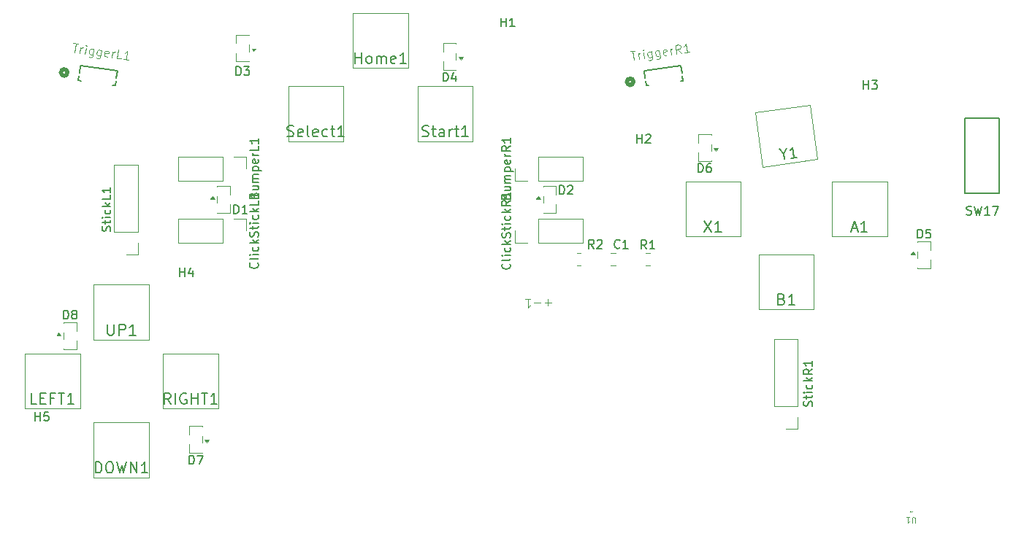
<source format=gbr>
%TF.GenerationSoftware,KiCad,Pcbnew,9.0.6*%
%TF.CreationDate,2025-12-29T09:20:14+01:00*%
%TF.ProjectId,pcb_phone_controller,7063625f-7068-46f6-9e65-5f636f6e7472,rev?*%
%TF.SameCoordinates,Original*%
%TF.FileFunction,Legend,Top*%
%TF.FilePolarity,Positive*%
%FSLAX46Y46*%
G04 Gerber Fmt 4.6, Leading zero omitted, Abs format (unit mm)*
G04 Created by KiCad (PCBNEW 9.0.6) date 2025-12-29 09:20:14*
%MOMM*%
%LPD*%
G01*
G04 APERTURE LIST*
%ADD10C,0.150000*%
%ADD11C,0.100000*%
%ADD12C,0.101600*%
%ADD13C,0.120000*%
%ADD14C,0.152400*%
%ADD15C,0.508000*%
G04 APERTURE END LIST*
D10*
X110151590Y-139321664D02*
X109546828Y-139321664D01*
X109546828Y-139321664D02*
X109546828Y-138051664D01*
X110574923Y-138656426D02*
X110998257Y-138656426D01*
X111179685Y-139321664D02*
X110574923Y-139321664D01*
X110574923Y-139321664D02*
X110574923Y-138051664D01*
X110574923Y-138051664D02*
X111179685Y-138051664D01*
X112147305Y-138656426D02*
X111723971Y-138656426D01*
X111723971Y-139321664D02*
X111723971Y-138051664D01*
X111723971Y-138051664D02*
X112328733Y-138051664D01*
X112631114Y-138051664D02*
X113356828Y-138051664D01*
X112993971Y-139321664D02*
X112993971Y-138051664D01*
X114445400Y-139321664D02*
X113719685Y-139321664D01*
X114082542Y-139321664D02*
X114082542Y-138051664D01*
X114082542Y-138051664D02*
X113961590Y-138233092D01*
X113961590Y-138233092D02*
X113840638Y-138354045D01*
X113840638Y-138354045D02*
X113719685Y-138414521D01*
X116972304Y-147321664D02*
X116972304Y-146051664D01*
X116972304Y-146051664D02*
X117274685Y-146051664D01*
X117274685Y-146051664D02*
X117456114Y-146112140D01*
X117456114Y-146112140D02*
X117577066Y-146233092D01*
X117577066Y-146233092D02*
X117637543Y-146354045D01*
X117637543Y-146354045D02*
X117698019Y-146595949D01*
X117698019Y-146595949D02*
X117698019Y-146777378D01*
X117698019Y-146777378D02*
X117637543Y-147019283D01*
X117637543Y-147019283D02*
X117577066Y-147140235D01*
X117577066Y-147140235D02*
X117456114Y-147261188D01*
X117456114Y-147261188D02*
X117274685Y-147321664D01*
X117274685Y-147321664D02*
X116972304Y-147321664D01*
X118484209Y-146051664D02*
X118726114Y-146051664D01*
X118726114Y-146051664D02*
X118847066Y-146112140D01*
X118847066Y-146112140D02*
X118968019Y-146233092D01*
X118968019Y-146233092D02*
X119028495Y-146474997D01*
X119028495Y-146474997D02*
X119028495Y-146898330D01*
X119028495Y-146898330D02*
X118968019Y-147140235D01*
X118968019Y-147140235D02*
X118847066Y-147261188D01*
X118847066Y-147261188D02*
X118726114Y-147321664D01*
X118726114Y-147321664D02*
X118484209Y-147321664D01*
X118484209Y-147321664D02*
X118363257Y-147261188D01*
X118363257Y-147261188D02*
X118242304Y-147140235D01*
X118242304Y-147140235D02*
X118181828Y-146898330D01*
X118181828Y-146898330D02*
X118181828Y-146474997D01*
X118181828Y-146474997D02*
X118242304Y-146233092D01*
X118242304Y-146233092D02*
X118363257Y-146112140D01*
X118363257Y-146112140D02*
X118484209Y-146051664D01*
X119451828Y-146051664D02*
X119754209Y-147321664D01*
X119754209Y-147321664D02*
X119996114Y-146414521D01*
X119996114Y-146414521D02*
X120238019Y-147321664D01*
X120238019Y-147321664D02*
X120540400Y-146051664D01*
X121024209Y-147321664D02*
X121024209Y-146051664D01*
X121024209Y-146051664D02*
X121749924Y-147321664D01*
X121749924Y-147321664D02*
X121749924Y-146051664D01*
X123019924Y-147321664D02*
X122294209Y-147321664D01*
X122657066Y-147321664D02*
X122657066Y-146051664D01*
X122657066Y-146051664D02*
X122536114Y-146233092D01*
X122536114Y-146233092D02*
X122415162Y-146354045D01*
X122415162Y-146354045D02*
X122294209Y-146414521D01*
X147066904Y-99773417D02*
X147066904Y-98503417D01*
X147066904Y-99108179D02*
X147792619Y-99108179D01*
X147792619Y-99773417D02*
X147792619Y-98503417D01*
X148578809Y-99773417D02*
X148457857Y-99712941D01*
X148457857Y-99712941D02*
X148397380Y-99652464D01*
X148397380Y-99652464D02*
X148336904Y-99531512D01*
X148336904Y-99531512D02*
X148336904Y-99168655D01*
X148336904Y-99168655D02*
X148397380Y-99047702D01*
X148397380Y-99047702D02*
X148457857Y-98987226D01*
X148457857Y-98987226D02*
X148578809Y-98926750D01*
X148578809Y-98926750D02*
X148760238Y-98926750D01*
X148760238Y-98926750D02*
X148881190Y-98987226D01*
X148881190Y-98987226D02*
X148941666Y-99047702D01*
X148941666Y-99047702D02*
X149002142Y-99168655D01*
X149002142Y-99168655D02*
X149002142Y-99531512D01*
X149002142Y-99531512D02*
X148941666Y-99652464D01*
X148941666Y-99652464D02*
X148881190Y-99712941D01*
X148881190Y-99712941D02*
X148760238Y-99773417D01*
X148760238Y-99773417D02*
X148578809Y-99773417D01*
X149546428Y-99773417D02*
X149546428Y-98926750D01*
X149546428Y-99047702D02*
X149606905Y-98987226D01*
X149606905Y-98987226D02*
X149727857Y-98926750D01*
X149727857Y-98926750D02*
X149909286Y-98926750D01*
X149909286Y-98926750D02*
X150030238Y-98987226D01*
X150030238Y-98987226D02*
X150090714Y-99108179D01*
X150090714Y-99108179D02*
X150090714Y-99773417D01*
X150090714Y-99108179D02*
X150151190Y-98987226D01*
X150151190Y-98987226D02*
X150272143Y-98926750D01*
X150272143Y-98926750D02*
X150453571Y-98926750D01*
X150453571Y-98926750D02*
X150574524Y-98987226D01*
X150574524Y-98987226D02*
X150635000Y-99108179D01*
X150635000Y-99108179D02*
X150635000Y-99773417D01*
X151723571Y-99712941D02*
X151602619Y-99773417D01*
X151602619Y-99773417D02*
X151360714Y-99773417D01*
X151360714Y-99773417D02*
X151239761Y-99712941D01*
X151239761Y-99712941D02*
X151179285Y-99591988D01*
X151179285Y-99591988D02*
X151179285Y-99108179D01*
X151179285Y-99108179D02*
X151239761Y-98987226D01*
X151239761Y-98987226D02*
X151360714Y-98926750D01*
X151360714Y-98926750D02*
X151602619Y-98926750D01*
X151602619Y-98926750D02*
X151723571Y-98987226D01*
X151723571Y-98987226D02*
X151784047Y-99108179D01*
X151784047Y-99108179D02*
X151784047Y-99229131D01*
X151784047Y-99229131D02*
X151179285Y-99350083D01*
X152993571Y-99773417D02*
X152267856Y-99773417D01*
X152630713Y-99773417D02*
X152630713Y-98503417D01*
X152630713Y-98503417D02*
X152509761Y-98684845D01*
X152509761Y-98684845D02*
X152388809Y-98805798D01*
X152388809Y-98805798D02*
X152267856Y-98866274D01*
X177733333Y-121159580D02*
X177685714Y-121207200D01*
X177685714Y-121207200D02*
X177542857Y-121254819D01*
X177542857Y-121254819D02*
X177447619Y-121254819D01*
X177447619Y-121254819D02*
X177304762Y-121207200D01*
X177304762Y-121207200D02*
X177209524Y-121111961D01*
X177209524Y-121111961D02*
X177161905Y-121016723D01*
X177161905Y-121016723D02*
X177114286Y-120826247D01*
X177114286Y-120826247D02*
X177114286Y-120683390D01*
X177114286Y-120683390D02*
X177161905Y-120492914D01*
X177161905Y-120492914D02*
X177209524Y-120397676D01*
X177209524Y-120397676D02*
X177304762Y-120302438D01*
X177304762Y-120302438D02*
X177447619Y-120254819D01*
X177447619Y-120254819D02*
X177542857Y-120254819D01*
X177542857Y-120254819D02*
X177685714Y-120302438D01*
X177685714Y-120302438D02*
X177733333Y-120350057D01*
X178685714Y-121254819D02*
X178114286Y-121254819D01*
X178400000Y-121254819D02*
X178400000Y-120254819D01*
X178400000Y-120254819D02*
X178304762Y-120397676D01*
X178304762Y-120397676D02*
X178209524Y-120492914D01*
X178209524Y-120492914D02*
X178114286Y-120540533D01*
X139204048Y-108212940D02*
X139385477Y-108273416D01*
X139385477Y-108273416D02*
X139687858Y-108273416D01*
X139687858Y-108273416D02*
X139808810Y-108212940D01*
X139808810Y-108212940D02*
X139869286Y-108152463D01*
X139869286Y-108152463D02*
X139929763Y-108031511D01*
X139929763Y-108031511D02*
X139929763Y-107910559D01*
X139929763Y-107910559D02*
X139869286Y-107789606D01*
X139869286Y-107789606D02*
X139808810Y-107729130D01*
X139808810Y-107729130D02*
X139687858Y-107668654D01*
X139687858Y-107668654D02*
X139445953Y-107608178D01*
X139445953Y-107608178D02*
X139325001Y-107547701D01*
X139325001Y-107547701D02*
X139264524Y-107487225D01*
X139264524Y-107487225D02*
X139204048Y-107366273D01*
X139204048Y-107366273D02*
X139204048Y-107245320D01*
X139204048Y-107245320D02*
X139264524Y-107124368D01*
X139264524Y-107124368D02*
X139325001Y-107063892D01*
X139325001Y-107063892D02*
X139445953Y-107003416D01*
X139445953Y-107003416D02*
X139748334Y-107003416D01*
X139748334Y-107003416D02*
X139929763Y-107063892D01*
X140957858Y-108212940D02*
X140836906Y-108273416D01*
X140836906Y-108273416D02*
X140595001Y-108273416D01*
X140595001Y-108273416D02*
X140474048Y-108212940D01*
X140474048Y-108212940D02*
X140413572Y-108091987D01*
X140413572Y-108091987D02*
X140413572Y-107608178D01*
X140413572Y-107608178D02*
X140474048Y-107487225D01*
X140474048Y-107487225D02*
X140595001Y-107426749D01*
X140595001Y-107426749D02*
X140836906Y-107426749D01*
X140836906Y-107426749D02*
X140957858Y-107487225D01*
X140957858Y-107487225D02*
X141018334Y-107608178D01*
X141018334Y-107608178D02*
X141018334Y-107729130D01*
X141018334Y-107729130D02*
X140413572Y-107850082D01*
X141744048Y-108273416D02*
X141623096Y-108212940D01*
X141623096Y-108212940D02*
X141562619Y-108091987D01*
X141562619Y-108091987D02*
X141562619Y-107003416D01*
X142711667Y-108212940D02*
X142590715Y-108273416D01*
X142590715Y-108273416D02*
X142348810Y-108273416D01*
X142348810Y-108273416D02*
X142227857Y-108212940D01*
X142227857Y-108212940D02*
X142167381Y-108091987D01*
X142167381Y-108091987D02*
X142167381Y-107608178D01*
X142167381Y-107608178D02*
X142227857Y-107487225D01*
X142227857Y-107487225D02*
X142348810Y-107426749D01*
X142348810Y-107426749D02*
X142590715Y-107426749D01*
X142590715Y-107426749D02*
X142711667Y-107487225D01*
X142711667Y-107487225D02*
X142772143Y-107608178D01*
X142772143Y-107608178D02*
X142772143Y-107729130D01*
X142772143Y-107729130D02*
X142167381Y-107850082D01*
X143860714Y-108212940D02*
X143739762Y-108273416D01*
X143739762Y-108273416D02*
X143497857Y-108273416D01*
X143497857Y-108273416D02*
X143376905Y-108212940D01*
X143376905Y-108212940D02*
X143316428Y-108152463D01*
X143316428Y-108152463D02*
X143255952Y-108031511D01*
X143255952Y-108031511D02*
X143255952Y-107668654D01*
X143255952Y-107668654D02*
X143316428Y-107547701D01*
X143316428Y-107547701D02*
X143376905Y-107487225D01*
X143376905Y-107487225D02*
X143497857Y-107426749D01*
X143497857Y-107426749D02*
X143739762Y-107426749D01*
X143739762Y-107426749D02*
X143860714Y-107487225D01*
X144223571Y-107426749D02*
X144707380Y-107426749D01*
X144404999Y-107003416D02*
X144404999Y-108091987D01*
X144404999Y-108091987D02*
X144465476Y-108212940D01*
X144465476Y-108212940D02*
X144586428Y-108273416D01*
X144586428Y-108273416D02*
X144707380Y-108273416D01*
X145795952Y-108273416D02*
X145070237Y-108273416D01*
X145433094Y-108273416D02*
X145433094Y-107003416D01*
X145433094Y-107003416D02*
X145312142Y-107184844D01*
X145312142Y-107184844D02*
X145191190Y-107305797D01*
X145191190Y-107305797D02*
X145070237Y-107366273D01*
X179738095Y-109004819D02*
X179738095Y-108004819D01*
X179738095Y-108481009D02*
X180309523Y-108481009D01*
X180309523Y-109004819D02*
X180309523Y-108004819D01*
X180738095Y-108100057D02*
X180785714Y-108052438D01*
X180785714Y-108052438D02*
X180880952Y-108004819D01*
X180880952Y-108004819D02*
X181119047Y-108004819D01*
X181119047Y-108004819D02*
X181214285Y-108052438D01*
X181214285Y-108052438D02*
X181261904Y-108100057D01*
X181261904Y-108100057D02*
X181309523Y-108195295D01*
X181309523Y-108195295D02*
X181309523Y-108290533D01*
X181309523Y-108290533D02*
X181261904Y-108433390D01*
X181261904Y-108433390D02*
X180690476Y-109004819D01*
X180690476Y-109004819D02*
X181309523Y-109004819D01*
X164979580Y-123033333D02*
X165027200Y-123080952D01*
X165027200Y-123080952D02*
X165074819Y-123223809D01*
X165074819Y-123223809D02*
X165074819Y-123319047D01*
X165074819Y-123319047D02*
X165027200Y-123461904D01*
X165027200Y-123461904D02*
X164931961Y-123557142D01*
X164931961Y-123557142D02*
X164836723Y-123604761D01*
X164836723Y-123604761D02*
X164646247Y-123652380D01*
X164646247Y-123652380D02*
X164503390Y-123652380D01*
X164503390Y-123652380D02*
X164312914Y-123604761D01*
X164312914Y-123604761D02*
X164217676Y-123557142D01*
X164217676Y-123557142D02*
X164122438Y-123461904D01*
X164122438Y-123461904D02*
X164074819Y-123319047D01*
X164074819Y-123319047D02*
X164074819Y-123223809D01*
X164074819Y-123223809D02*
X164122438Y-123080952D01*
X164122438Y-123080952D02*
X164170057Y-123033333D01*
X165074819Y-122461904D02*
X165027200Y-122557142D01*
X165027200Y-122557142D02*
X164931961Y-122604761D01*
X164931961Y-122604761D02*
X164074819Y-122604761D01*
X165074819Y-122080951D02*
X164408152Y-122080951D01*
X164074819Y-122080951D02*
X164122438Y-122128570D01*
X164122438Y-122128570D02*
X164170057Y-122080951D01*
X164170057Y-122080951D02*
X164122438Y-122033332D01*
X164122438Y-122033332D02*
X164074819Y-122080951D01*
X164074819Y-122080951D02*
X164170057Y-122080951D01*
X165027200Y-121176190D02*
X165074819Y-121271428D01*
X165074819Y-121271428D02*
X165074819Y-121461904D01*
X165074819Y-121461904D02*
X165027200Y-121557142D01*
X165027200Y-121557142D02*
X164979580Y-121604761D01*
X164979580Y-121604761D02*
X164884342Y-121652380D01*
X164884342Y-121652380D02*
X164598628Y-121652380D01*
X164598628Y-121652380D02*
X164503390Y-121604761D01*
X164503390Y-121604761D02*
X164455771Y-121557142D01*
X164455771Y-121557142D02*
X164408152Y-121461904D01*
X164408152Y-121461904D02*
X164408152Y-121271428D01*
X164408152Y-121271428D02*
X164455771Y-121176190D01*
X165074819Y-120747618D02*
X164074819Y-120747618D01*
X164693866Y-120652380D02*
X165074819Y-120366666D01*
X164408152Y-120366666D02*
X164789104Y-120747618D01*
X165027200Y-119985713D02*
X165074819Y-119842856D01*
X165074819Y-119842856D02*
X165074819Y-119604761D01*
X165074819Y-119604761D02*
X165027200Y-119509523D01*
X165027200Y-119509523D02*
X164979580Y-119461904D01*
X164979580Y-119461904D02*
X164884342Y-119414285D01*
X164884342Y-119414285D02*
X164789104Y-119414285D01*
X164789104Y-119414285D02*
X164693866Y-119461904D01*
X164693866Y-119461904D02*
X164646247Y-119509523D01*
X164646247Y-119509523D02*
X164598628Y-119604761D01*
X164598628Y-119604761D02*
X164551009Y-119795237D01*
X164551009Y-119795237D02*
X164503390Y-119890475D01*
X164503390Y-119890475D02*
X164455771Y-119938094D01*
X164455771Y-119938094D02*
X164360533Y-119985713D01*
X164360533Y-119985713D02*
X164265295Y-119985713D01*
X164265295Y-119985713D02*
X164170057Y-119938094D01*
X164170057Y-119938094D02*
X164122438Y-119890475D01*
X164122438Y-119890475D02*
X164074819Y-119795237D01*
X164074819Y-119795237D02*
X164074819Y-119557142D01*
X164074819Y-119557142D02*
X164122438Y-119414285D01*
X164408152Y-119128570D02*
X164408152Y-118747618D01*
X164074819Y-118985713D02*
X164931961Y-118985713D01*
X164931961Y-118985713D02*
X165027200Y-118938094D01*
X165027200Y-118938094D02*
X165074819Y-118842856D01*
X165074819Y-118842856D02*
X165074819Y-118747618D01*
X165074819Y-118414284D02*
X164408152Y-118414284D01*
X164074819Y-118414284D02*
X164122438Y-118461903D01*
X164122438Y-118461903D02*
X164170057Y-118414284D01*
X164170057Y-118414284D02*
X164122438Y-118366665D01*
X164122438Y-118366665D02*
X164074819Y-118414284D01*
X164074819Y-118414284D02*
X164170057Y-118414284D01*
X165027200Y-117509523D02*
X165074819Y-117604761D01*
X165074819Y-117604761D02*
X165074819Y-117795237D01*
X165074819Y-117795237D02*
X165027200Y-117890475D01*
X165027200Y-117890475D02*
X164979580Y-117938094D01*
X164979580Y-117938094D02*
X164884342Y-117985713D01*
X164884342Y-117985713D02*
X164598628Y-117985713D01*
X164598628Y-117985713D02*
X164503390Y-117938094D01*
X164503390Y-117938094D02*
X164455771Y-117890475D01*
X164455771Y-117890475D02*
X164408152Y-117795237D01*
X164408152Y-117795237D02*
X164408152Y-117604761D01*
X164408152Y-117604761D02*
X164455771Y-117509523D01*
X165074819Y-117080951D02*
X164074819Y-117080951D01*
X164693866Y-116985713D02*
X165074819Y-116699999D01*
X164408152Y-116699999D02*
X164789104Y-117080951D01*
X165074819Y-115699999D02*
X164598628Y-116033332D01*
X165074819Y-116271427D02*
X164074819Y-116271427D01*
X164074819Y-116271427D02*
X164074819Y-115890475D01*
X164074819Y-115890475D02*
X164122438Y-115795237D01*
X164122438Y-115795237D02*
X164170057Y-115747618D01*
X164170057Y-115747618D02*
X164265295Y-115699999D01*
X164265295Y-115699999D02*
X164408152Y-115699999D01*
X164408152Y-115699999D02*
X164503390Y-115747618D01*
X164503390Y-115747618D02*
X164551009Y-115795237D01*
X164551009Y-115795237D02*
X164598628Y-115890475D01*
X164598628Y-115890475D02*
X164598628Y-116271427D01*
X165074819Y-114747618D02*
X165074819Y-115319046D01*
X165074819Y-115033332D02*
X164074819Y-115033332D01*
X164074819Y-115033332D02*
X164217676Y-115128570D01*
X164217676Y-115128570D02*
X164312914Y-115223808D01*
X164312914Y-115223808D02*
X164360533Y-115319046D01*
X180833333Y-121304819D02*
X180500000Y-120828628D01*
X180261905Y-121304819D02*
X180261905Y-120304819D01*
X180261905Y-120304819D02*
X180642857Y-120304819D01*
X180642857Y-120304819D02*
X180738095Y-120352438D01*
X180738095Y-120352438D02*
X180785714Y-120400057D01*
X180785714Y-120400057D02*
X180833333Y-120495295D01*
X180833333Y-120495295D02*
X180833333Y-120638152D01*
X180833333Y-120638152D02*
X180785714Y-120733390D01*
X180785714Y-120733390D02*
X180738095Y-120781009D01*
X180738095Y-120781009D02*
X180642857Y-120828628D01*
X180642857Y-120828628D02*
X180261905Y-120828628D01*
X181785714Y-121304819D02*
X181214286Y-121304819D01*
X181500000Y-121304819D02*
X181500000Y-120304819D01*
X181500000Y-120304819D02*
X181404762Y-120447676D01*
X181404762Y-120447676D02*
X181309524Y-120542914D01*
X181309524Y-120542914D02*
X181214286Y-120590533D01*
X135739580Y-122938095D02*
X135787200Y-122985714D01*
X135787200Y-122985714D02*
X135834819Y-123128571D01*
X135834819Y-123128571D02*
X135834819Y-123223809D01*
X135834819Y-123223809D02*
X135787200Y-123366666D01*
X135787200Y-123366666D02*
X135691961Y-123461904D01*
X135691961Y-123461904D02*
X135596723Y-123509523D01*
X135596723Y-123509523D02*
X135406247Y-123557142D01*
X135406247Y-123557142D02*
X135263390Y-123557142D01*
X135263390Y-123557142D02*
X135072914Y-123509523D01*
X135072914Y-123509523D02*
X134977676Y-123461904D01*
X134977676Y-123461904D02*
X134882438Y-123366666D01*
X134882438Y-123366666D02*
X134834819Y-123223809D01*
X134834819Y-123223809D02*
X134834819Y-123128571D01*
X134834819Y-123128571D02*
X134882438Y-122985714D01*
X134882438Y-122985714D02*
X134930057Y-122938095D01*
X135834819Y-122366666D02*
X135787200Y-122461904D01*
X135787200Y-122461904D02*
X135691961Y-122509523D01*
X135691961Y-122509523D02*
X134834819Y-122509523D01*
X135834819Y-121985713D02*
X135168152Y-121985713D01*
X134834819Y-121985713D02*
X134882438Y-122033332D01*
X134882438Y-122033332D02*
X134930057Y-121985713D01*
X134930057Y-121985713D02*
X134882438Y-121938094D01*
X134882438Y-121938094D02*
X134834819Y-121985713D01*
X134834819Y-121985713D02*
X134930057Y-121985713D01*
X135787200Y-121080952D02*
X135834819Y-121176190D01*
X135834819Y-121176190D02*
X135834819Y-121366666D01*
X135834819Y-121366666D02*
X135787200Y-121461904D01*
X135787200Y-121461904D02*
X135739580Y-121509523D01*
X135739580Y-121509523D02*
X135644342Y-121557142D01*
X135644342Y-121557142D02*
X135358628Y-121557142D01*
X135358628Y-121557142D02*
X135263390Y-121509523D01*
X135263390Y-121509523D02*
X135215771Y-121461904D01*
X135215771Y-121461904D02*
X135168152Y-121366666D01*
X135168152Y-121366666D02*
X135168152Y-121176190D01*
X135168152Y-121176190D02*
X135215771Y-121080952D01*
X135834819Y-120652380D02*
X134834819Y-120652380D01*
X135453866Y-120557142D02*
X135834819Y-120271428D01*
X135168152Y-120271428D02*
X135549104Y-120652380D01*
X135787200Y-119890475D02*
X135834819Y-119747618D01*
X135834819Y-119747618D02*
X135834819Y-119509523D01*
X135834819Y-119509523D02*
X135787200Y-119414285D01*
X135787200Y-119414285D02*
X135739580Y-119366666D01*
X135739580Y-119366666D02*
X135644342Y-119319047D01*
X135644342Y-119319047D02*
X135549104Y-119319047D01*
X135549104Y-119319047D02*
X135453866Y-119366666D01*
X135453866Y-119366666D02*
X135406247Y-119414285D01*
X135406247Y-119414285D02*
X135358628Y-119509523D01*
X135358628Y-119509523D02*
X135311009Y-119699999D01*
X135311009Y-119699999D02*
X135263390Y-119795237D01*
X135263390Y-119795237D02*
X135215771Y-119842856D01*
X135215771Y-119842856D02*
X135120533Y-119890475D01*
X135120533Y-119890475D02*
X135025295Y-119890475D01*
X135025295Y-119890475D02*
X134930057Y-119842856D01*
X134930057Y-119842856D02*
X134882438Y-119795237D01*
X134882438Y-119795237D02*
X134834819Y-119699999D01*
X134834819Y-119699999D02*
X134834819Y-119461904D01*
X134834819Y-119461904D02*
X134882438Y-119319047D01*
X135168152Y-119033332D02*
X135168152Y-118652380D01*
X134834819Y-118890475D02*
X135691961Y-118890475D01*
X135691961Y-118890475D02*
X135787200Y-118842856D01*
X135787200Y-118842856D02*
X135834819Y-118747618D01*
X135834819Y-118747618D02*
X135834819Y-118652380D01*
X135834819Y-118319046D02*
X135168152Y-118319046D01*
X134834819Y-118319046D02*
X134882438Y-118366665D01*
X134882438Y-118366665D02*
X134930057Y-118319046D01*
X134930057Y-118319046D02*
X134882438Y-118271427D01*
X134882438Y-118271427D02*
X134834819Y-118319046D01*
X134834819Y-118319046D02*
X134930057Y-118319046D01*
X135787200Y-117414285D02*
X135834819Y-117509523D01*
X135834819Y-117509523D02*
X135834819Y-117699999D01*
X135834819Y-117699999D02*
X135787200Y-117795237D01*
X135787200Y-117795237D02*
X135739580Y-117842856D01*
X135739580Y-117842856D02*
X135644342Y-117890475D01*
X135644342Y-117890475D02*
X135358628Y-117890475D01*
X135358628Y-117890475D02*
X135263390Y-117842856D01*
X135263390Y-117842856D02*
X135215771Y-117795237D01*
X135215771Y-117795237D02*
X135168152Y-117699999D01*
X135168152Y-117699999D02*
X135168152Y-117509523D01*
X135168152Y-117509523D02*
X135215771Y-117414285D01*
X135834819Y-116985713D02*
X134834819Y-116985713D01*
X135453866Y-116890475D02*
X135834819Y-116604761D01*
X135168152Y-116604761D02*
X135549104Y-116985713D01*
X135834819Y-115699999D02*
X135834819Y-116176189D01*
X135834819Y-116176189D02*
X134834819Y-116176189D01*
X135834819Y-114842856D02*
X135834819Y-115414284D01*
X135834819Y-115128570D02*
X134834819Y-115128570D01*
X134834819Y-115128570D02*
X134977676Y-115223808D01*
X134977676Y-115223808D02*
X135072914Y-115319046D01*
X135072914Y-115319046D02*
X135120533Y-115414284D01*
X154839047Y-108212940D02*
X155020476Y-108273416D01*
X155020476Y-108273416D02*
X155322857Y-108273416D01*
X155322857Y-108273416D02*
X155443809Y-108212940D01*
X155443809Y-108212940D02*
X155504285Y-108152463D01*
X155504285Y-108152463D02*
X155564762Y-108031511D01*
X155564762Y-108031511D02*
X155564762Y-107910559D01*
X155564762Y-107910559D02*
X155504285Y-107789606D01*
X155504285Y-107789606D02*
X155443809Y-107729130D01*
X155443809Y-107729130D02*
X155322857Y-107668654D01*
X155322857Y-107668654D02*
X155080952Y-107608178D01*
X155080952Y-107608178D02*
X154960000Y-107547701D01*
X154960000Y-107547701D02*
X154899523Y-107487225D01*
X154899523Y-107487225D02*
X154839047Y-107366273D01*
X154839047Y-107366273D02*
X154839047Y-107245320D01*
X154839047Y-107245320D02*
X154899523Y-107124368D01*
X154899523Y-107124368D02*
X154960000Y-107063892D01*
X154960000Y-107063892D02*
X155080952Y-107003416D01*
X155080952Y-107003416D02*
X155383333Y-107003416D01*
X155383333Y-107003416D02*
X155564762Y-107063892D01*
X155927619Y-107426749D02*
X156411428Y-107426749D01*
X156109047Y-107003416D02*
X156109047Y-108091987D01*
X156109047Y-108091987D02*
X156169524Y-108212940D01*
X156169524Y-108212940D02*
X156290476Y-108273416D01*
X156290476Y-108273416D02*
X156411428Y-108273416D01*
X157379047Y-108273416D02*
X157379047Y-107608178D01*
X157379047Y-107608178D02*
X157318571Y-107487225D01*
X157318571Y-107487225D02*
X157197619Y-107426749D01*
X157197619Y-107426749D02*
X156955714Y-107426749D01*
X156955714Y-107426749D02*
X156834761Y-107487225D01*
X157379047Y-108212940D02*
X157258095Y-108273416D01*
X157258095Y-108273416D02*
X156955714Y-108273416D01*
X156955714Y-108273416D02*
X156834761Y-108212940D01*
X156834761Y-108212940D02*
X156774285Y-108091987D01*
X156774285Y-108091987D02*
X156774285Y-107971035D01*
X156774285Y-107971035D02*
X156834761Y-107850082D01*
X156834761Y-107850082D02*
X156955714Y-107789606D01*
X156955714Y-107789606D02*
X157258095Y-107789606D01*
X157258095Y-107789606D02*
X157379047Y-107729130D01*
X157983809Y-108273416D02*
X157983809Y-107426749D01*
X157983809Y-107668654D02*
X158044286Y-107547701D01*
X158044286Y-107547701D02*
X158104762Y-107487225D01*
X158104762Y-107487225D02*
X158225714Y-107426749D01*
X158225714Y-107426749D02*
X158346667Y-107426749D01*
X158588571Y-107426749D02*
X159072380Y-107426749D01*
X158769999Y-107003416D02*
X158769999Y-108091987D01*
X158769999Y-108091987D02*
X158830476Y-108212940D01*
X158830476Y-108212940D02*
X158951428Y-108273416D01*
X158951428Y-108273416D02*
X159072380Y-108273416D01*
X160160952Y-108273416D02*
X159435237Y-108273416D01*
X159798094Y-108273416D02*
X159798094Y-107003416D01*
X159798094Y-107003416D02*
X159677142Y-107184844D01*
X159677142Y-107184844D02*
X159556190Y-107305797D01*
X159556190Y-107305797D02*
X159435237Y-107366273D01*
X217940476Y-117307200D02*
X218083333Y-117354819D01*
X218083333Y-117354819D02*
X218321428Y-117354819D01*
X218321428Y-117354819D02*
X218416666Y-117307200D01*
X218416666Y-117307200D02*
X218464285Y-117259580D01*
X218464285Y-117259580D02*
X218511904Y-117164342D01*
X218511904Y-117164342D02*
X218511904Y-117069104D01*
X218511904Y-117069104D02*
X218464285Y-116973866D01*
X218464285Y-116973866D02*
X218416666Y-116926247D01*
X218416666Y-116926247D02*
X218321428Y-116878628D01*
X218321428Y-116878628D02*
X218130952Y-116831009D01*
X218130952Y-116831009D02*
X218035714Y-116783390D01*
X218035714Y-116783390D02*
X217988095Y-116735771D01*
X217988095Y-116735771D02*
X217940476Y-116640533D01*
X217940476Y-116640533D02*
X217940476Y-116545295D01*
X217940476Y-116545295D02*
X217988095Y-116450057D01*
X217988095Y-116450057D02*
X218035714Y-116402438D01*
X218035714Y-116402438D02*
X218130952Y-116354819D01*
X218130952Y-116354819D02*
X218369047Y-116354819D01*
X218369047Y-116354819D02*
X218511904Y-116402438D01*
X218845238Y-116354819D02*
X219083333Y-117354819D01*
X219083333Y-117354819D02*
X219273809Y-116640533D01*
X219273809Y-116640533D02*
X219464285Y-117354819D01*
X219464285Y-117354819D02*
X219702381Y-116354819D01*
X220607142Y-117354819D02*
X220035714Y-117354819D01*
X220321428Y-117354819D02*
X220321428Y-116354819D01*
X220321428Y-116354819D02*
X220226190Y-116497676D01*
X220226190Y-116497676D02*
X220130952Y-116592914D01*
X220130952Y-116592914D02*
X220035714Y-116640533D01*
X220940476Y-116354819D02*
X221607142Y-116354819D01*
X221607142Y-116354819D02*
X221178571Y-117354819D01*
X133261905Y-101154819D02*
X133261905Y-100154819D01*
X133261905Y-100154819D02*
X133500000Y-100154819D01*
X133500000Y-100154819D02*
X133642857Y-100202438D01*
X133642857Y-100202438D02*
X133738095Y-100297676D01*
X133738095Y-100297676D02*
X133785714Y-100392914D01*
X133785714Y-100392914D02*
X133833333Y-100583390D01*
X133833333Y-100583390D02*
X133833333Y-100726247D01*
X133833333Y-100726247D02*
X133785714Y-100916723D01*
X133785714Y-100916723D02*
X133738095Y-101011961D01*
X133738095Y-101011961D02*
X133642857Y-101107200D01*
X133642857Y-101107200D02*
X133500000Y-101154819D01*
X133500000Y-101154819D02*
X133261905Y-101154819D01*
X134166667Y-100154819D02*
X134785714Y-100154819D01*
X134785714Y-100154819D02*
X134452381Y-100535771D01*
X134452381Y-100535771D02*
X134595238Y-100535771D01*
X134595238Y-100535771D02*
X134690476Y-100583390D01*
X134690476Y-100583390D02*
X134738095Y-100631009D01*
X134738095Y-100631009D02*
X134785714Y-100726247D01*
X134785714Y-100726247D02*
X134785714Y-100964342D01*
X134785714Y-100964342D02*
X134738095Y-101059580D01*
X134738095Y-101059580D02*
X134690476Y-101107200D01*
X134690476Y-101107200D02*
X134595238Y-101154819D01*
X134595238Y-101154819D02*
X134309524Y-101154819D01*
X134309524Y-101154819D02*
X134214286Y-101107200D01*
X134214286Y-101107200D02*
X134166667Y-101059580D01*
X127824405Y-146304819D02*
X127824405Y-145304819D01*
X127824405Y-145304819D02*
X128062500Y-145304819D01*
X128062500Y-145304819D02*
X128205357Y-145352438D01*
X128205357Y-145352438D02*
X128300595Y-145447676D01*
X128300595Y-145447676D02*
X128348214Y-145542914D01*
X128348214Y-145542914D02*
X128395833Y-145733390D01*
X128395833Y-145733390D02*
X128395833Y-145876247D01*
X128395833Y-145876247D02*
X128348214Y-146066723D01*
X128348214Y-146066723D02*
X128300595Y-146161961D01*
X128300595Y-146161961D02*
X128205357Y-146257200D01*
X128205357Y-146257200D02*
X128062500Y-146304819D01*
X128062500Y-146304819D02*
X127824405Y-146304819D01*
X128729167Y-145304819D02*
X129395833Y-145304819D01*
X129395833Y-145304819D02*
X128967262Y-146304819D01*
X109988095Y-141254819D02*
X109988095Y-140254819D01*
X109988095Y-140731009D02*
X110559523Y-140731009D01*
X110559523Y-141254819D02*
X110559523Y-140254819D01*
X111511904Y-140254819D02*
X111035714Y-140254819D01*
X111035714Y-140254819D02*
X110988095Y-140731009D01*
X110988095Y-140731009D02*
X111035714Y-140683390D01*
X111035714Y-140683390D02*
X111130952Y-140635771D01*
X111130952Y-140635771D02*
X111369047Y-140635771D01*
X111369047Y-140635771D02*
X111464285Y-140683390D01*
X111464285Y-140683390D02*
X111511904Y-140731009D01*
X111511904Y-140731009D02*
X111559523Y-140826247D01*
X111559523Y-140826247D02*
X111559523Y-141064342D01*
X111559523Y-141064342D02*
X111511904Y-141159580D01*
X111511904Y-141159580D02*
X111464285Y-141207200D01*
X111464285Y-141207200D02*
X111369047Y-141254819D01*
X111369047Y-141254819D02*
X111130952Y-141254819D01*
X111130952Y-141254819D02*
X111035714Y-141207200D01*
X111035714Y-141207200D02*
X110988095Y-141159580D01*
X212261905Y-120054819D02*
X212261905Y-119054819D01*
X212261905Y-119054819D02*
X212500000Y-119054819D01*
X212500000Y-119054819D02*
X212642857Y-119102438D01*
X212642857Y-119102438D02*
X212738095Y-119197676D01*
X212738095Y-119197676D02*
X212785714Y-119292914D01*
X212785714Y-119292914D02*
X212833333Y-119483390D01*
X212833333Y-119483390D02*
X212833333Y-119626247D01*
X212833333Y-119626247D02*
X212785714Y-119816723D01*
X212785714Y-119816723D02*
X212738095Y-119911961D01*
X212738095Y-119911961D02*
X212642857Y-120007200D01*
X212642857Y-120007200D02*
X212500000Y-120054819D01*
X212500000Y-120054819D02*
X212261905Y-120054819D01*
X213738095Y-119054819D02*
X213261905Y-119054819D01*
X213261905Y-119054819D02*
X213214286Y-119531009D01*
X213214286Y-119531009D02*
X213261905Y-119483390D01*
X213261905Y-119483390D02*
X213357143Y-119435771D01*
X213357143Y-119435771D02*
X213595238Y-119435771D01*
X213595238Y-119435771D02*
X213690476Y-119483390D01*
X213690476Y-119483390D02*
X213738095Y-119531009D01*
X213738095Y-119531009D02*
X213785714Y-119626247D01*
X213785714Y-119626247D02*
X213785714Y-119864342D01*
X213785714Y-119864342D02*
X213738095Y-119959580D01*
X213738095Y-119959580D02*
X213690476Y-120007200D01*
X213690476Y-120007200D02*
X213595238Y-120054819D01*
X213595238Y-120054819D02*
X213357143Y-120054819D01*
X213357143Y-120054819D02*
X213261905Y-120007200D01*
X213261905Y-120007200D02*
X213214286Y-119959580D01*
X118657200Y-119253809D02*
X118704819Y-119110952D01*
X118704819Y-119110952D02*
X118704819Y-118872857D01*
X118704819Y-118872857D02*
X118657200Y-118777619D01*
X118657200Y-118777619D02*
X118609580Y-118730000D01*
X118609580Y-118730000D02*
X118514342Y-118682381D01*
X118514342Y-118682381D02*
X118419104Y-118682381D01*
X118419104Y-118682381D02*
X118323866Y-118730000D01*
X118323866Y-118730000D02*
X118276247Y-118777619D01*
X118276247Y-118777619D02*
X118228628Y-118872857D01*
X118228628Y-118872857D02*
X118181009Y-119063333D01*
X118181009Y-119063333D02*
X118133390Y-119158571D01*
X118133390Y-119158571D02*
X118085771Y-119206190D01*
X118085771Y-119206190D02*
X117990533Y-119253809D01*
X117990533Y-119253809D02*
X117895295Y-119253809D01*
X117895295Y-119253809D02*
X117800057Y-119206190D01*
X117800057Y-119206190D02*
X117752438Y-119158571D01*
X117752438Y-119158571D02*
X117704819Y-119063333D01*
X117704819Y-119063333D02*
X117704819Y-118825238D01*
X117704819Y-118825238D02*
X117752438Y-118682381D01*
X118038152Y-118396666D02*
X118038152Y-118015714D01*
X117704819Y-118253809D02*
X118561961Y-118253809D01*
X118561961Y-118253809D02*
X118657200Y-118206190D01*
X118657200Y-118206190D02*
X118704819Y-118110952D01*
X118704819Y-118110952D02*
X118704819Y-118015714D01*
X118704819Y-117682380D02*
X118038152Y-117682380D01*
X117704819Y-117682380D02*
X117752438Y-117729999D01*
X117752438Y-117729999D02*
X117800057Y-117682380D01*
X117800057Y-117682380D02*
X117752438Y-117634761D01*
X117752438Y-117634761D02*
X117704819Y-117682380D01*
X117704819Y-117682380D02*
X117800057Y-117682380D01*
X118657200Y-116777619D02*
X118704819Y-116872857D01*
X118704819Y-116872857D02*
X118704819Y-117063333D01*
X118704819Y-117063333D02*
X118657200Y-117158571D01*
X118657200Y-117158571D02*
X118609580Y-117206190D01*
X118609580Y-117206190D02*
X118514342Y-117253809D01*
X118514342Y-117253809D02*
X118228628Y-117253809D01*
X118228628Y-117253809D02*
X118133390Y-117206190D01*
X118133390Y-117206190D02*
X118085771Y-117158571D01*
X118085771Y-117158571D02*
X118038152Y-117063333D01*
X118038152Y-117063333D02*
X118038152Y-116872857D01*
X118038152Y-116872857D02*
X118085771Y-116777619D01*
X118704819Y-116349047D02*
X117704819Y-116349047D01*
X118323866Y-116253809D02*
X118704819Y-115968095D01*
X118038152Y-115968095D02*
X118419104Y-116349047D01*
X118704819Y-115063333D02*
X118704819Y-115539523D01*
X118704819Y-115539523D02*
X117704819Y-115539523D01*
X118704819Y-114206190D02*
X118704819Y-114777618D01*
X118704819Y-114491904D02*
X117704819Y-114491904D01*
X117704819Y-114491904D02*
X117847676Y-114587142D01*
X117847676Y-114587142D02*
X117942914Y-114682380D01*
X117942914Y-114682380D02*
X117990533Y-114777618D01*
D11*
X114375234Y-97449059D02*
X114941304Y-97527134D01*
X114521637Y-98478718D02*
X114658269Y-97488097D01*
X115134879Y-98563300D02*
X115225967Y-97902886D01*
X115199942Y-98091575D02*
X115260127Y-98003737D01*
X115260127Y-98003737D02*
X115313806Y-97963071D01*
X115313806Y-97963071D02*
X115414657Y-97928911D01*
X115414657Y-97928911D02*
X115509002Y-97941923D01*
X115748122Y-98647882D02*
X115839210Y-97987467D01*
X115884754Y-97657260D02*
X115831075Y-97697926D01*
X115831075Y-97697926D02*
X115871741Y-97751605D01*
X115871741Y-97751605D02*
X115925420Y-97710939D01*
X115925420Y-97710939D02*
X115884754Y-97657260D01*
X115884754Y-97657260D02*
X115871741Y-97751605D01*
X116735486Y-98111087D02*
X116624879Y-98913019D01*
X116624879Y-98913019D02*
X116564694Y-99000857D01*
X116564694Y-99000857D02*
X116511016Y-99041524D01*
X116511016Y-99041524D02*
X116410164Y-99075683D01*
X116410164Y-99075683D02*
X116268647Y-99056165D01*
X116268647Y-99056165D02*
X116180808Y-98995980D01*
X116650905Y-98724329D02*
X116550053Y-98758489D01*
X116550053Y-98758489D02*
X116361364Y-98732464D01*
X116361364Y-98732464D02*
X116273525Y-98672279D01*
X116273525Y-98672279D02*
X116232859Y-98618600D01*
X116232859Y-98618600D02*
X116198699Y-98517749D01*
X116198699Y-98517749D02*
X116237736Y-98234714D01*
X116237736Y-98234714D02*
X116297922Y-98146875D01*
X116297922Y-98146875D02*
X116351600Y-98106209D01*
X116351600Y-98106209D02*
X116452452Y-98072049D01*
X116452452Y-98072049D02*
X116641141Y-98098074D01*
X116641141Y-98098074D02*
X116728980Y-98158259D01*
X117631763Y-98234706D02*
X117521157Y-99036638D01*
X117521157Y-99036638D02*
X117460971Y-99124477D01*
X117460971Y-99124477D02*
X117407293Y-99165143D01*
X117407293Y-99165143D02*
X117306442Y-99199303D01*
X117306442Y-99199303D02*
X117164924Y-99179784D01*
X117164924Y-99179784D02*
X117077085Y-99119599D01*
X117547182Y-98847948D02*
X117446330Y-98882108D01*
X117446330Y-98882108D02*
X117257641Y-98856083D01*
X117257641Y-98856083D02*
X117169802Y-98795898D01*
X117169802Y-98795898D02*
X117129136Y-98742219D01*
X117129136Y-98742219D02*
X117094976Y-98641368D01*
X117094976Y-98641368D02*
X117134014Y-98358333D01*
X117134014Y-98358333D02*
X117194199Y-98270494D01*
X117194199Y-98270494D02*
X117247877Y-98229828D01*
X117247877Y-98229828D02*
X117348729Y-98195668D01*
X117348729Y-98195668D02*
X117537418Y-98221694D01*
X117537418Y-98221694D02*
X117625257Y-98281879D01*
X118396286Y-98965061D02*
X118295435Y-98999221D01*
X118295435Y-98999221D02*
X118106745Y-98973196D01*
X118106745Y-98973196D02*
X118018906Y-98913011D01*
X118018906Y-98913011D02*
X117984747Y-98812160D01*
X117984747Y-98812160D02*
X118036797Y-98434780D01*
X118036797Y-98434780D02*
X118096982Y-98346941D01*
X118096982Y-98346941D02*
X118197833Y-98312782D01*
X118197833Y-98312782D02*
X118386523Y-98338807D01*
X118386523Y-98338807D02*
X118474362Y-98398992D01*
X118474362Y-98398992D02*
X118508522Y-98499843D01*
X118508522Y-98499843D02*
X118495509Y-98594188D01*
X118495509Y-98594188D02*
X118010772Y-98623470D01*
X118861505Y-99077297D02*
X118952593Y-98416882D01*
X118926568Y-98605572D02*
X118986753Y-98517733D01*
X118986753Y-98517733D02*
X119040431Y-98477067D01*
X119040431Y-98477067D02*
X119141283Y-98442907D01*
X119141283Y-98442907D02*
X119235628Y-98455920D01*
X119946472Y-99226941D02*
X119474747Y-99161878D01*
X119474747Y-99161878D02*
X119611379Y-98171257D01*
X120795577Y-99344054D02*
X120229507Y-99265979D01*
X120512542Y-99305017D02*
X120649174Y-98314395D01*
X120649174Y-98314395D02*
X120535310Y-98442900D01*
X120535310Y-98442900D02*
X120427952Y-98524232D01*
X120427952Y-98524232D02*
X120327101Y-98558392D01*
D10*
X164551009Y-115214285D02*
X164598628Y-115071428D01*
X164598628Y-115071428D02*
X164646247Y-115023809D01*
X164646247Y-115023809D02*
X164741485Y-114976190D01*
X164741485Y-114976190D02*
X164884342Y-114976190D01*
X164884342Y-114976190D02*
X164979580Y-115023809D01*
X164979580Y-115023809D02*
X165027200Y-115071428D01*
X165027200Y-115071428D02*
X165074819Y-115166666D01*
X165074819Y-115166666D02*
X165074819Y-115547618D01*
X165074819Y-115547618D02*
X164074819Y-115547618D01*
X164074819Y-115547618D02*
X164074819Y-115214285D01*
X164074819Y-115214285D02*
X164122438Y-115119047D01*
X164122438Y-115119047D02*
X164170057Y-115071428D01*
X164170057Y-115071428D02*
X164265295Y-115023809D01*
X164265295Y-115023809D02*
X164360533Y-115023809D01*
X164360533Y-115023809D02*
X164455771Y-115071428D01*
X164455771Y-115071428D02*
X164503390Y-115119047D01*
X164503390Y-115119047D02*
X164551009Y-115214285D01*
X164551009Y-115214285D02*
X164551009Y-115547618D01*
X164408152Y-114119047D02*
X165074819Y-114119047D01*
X164408152Y-114547618D02*
X164931961Y-114547618D01*
X164931961Y-114547618D02*
X165027200Y-114499999D01*
X165027200Y-114499999D02*
X165074819Y-114404761D01*
X165074819Y-114404761D02*
X165074819Y-114261904D01*
X165074819Y-114261904D02*
X165027200Y-114166666D01*
X165027200Y-114166666D02*
X164979580Y-114119047D01*
X165074819Y-113642856D02*
X164408152Y-113642856D01*
X164503390Y-113642856D02*
X164455771Y-113595237D01*
X164455771Y-113595237D02*
X164408152Y-113499999D01*
X164408152Y-113499999D02*
X164408152Y-113357142D01*
X164408152Y-113357142D02*
X164455771Y-113261904D01*
X164455771Y-113261904D02*
X164551009Y-113214285D01*
X164551009Y-113214285D02*
X165074819Y-113214285D01*
X164551009Y-113214285D02*
X164455771Y-113166666D01*
X164455771Y-113166666D02*
X164408152Y-113071428D01*
X164408152Y-113071428D02*
X164408152Y-112928571D01*
X164408152Y-112928571D02*
X164455771Y-112833332D01*
X164455771Y-112833332D02*
X164551009Y-112785713D01*
X164551009Y-112785713D02*
X165074819Y-112785713D01*
X164408152Y-112309523D02*
X165408152Y-112309523D01*
X164455771Y-112309523D02*
X164408152Y-112214285D01*
X164408152Y-112214285D02*
X164408152Y-112023809D01*
X164408152Y-112023809D02*
X164455771Y-111928571D01*
X164455771Y-111928571D02*
X164503390Y-111880952D01*
X164503390Y-111880952D02*
X164598628Y-111833333D01*
X164598628Y-111833333D02*
X164884342Y-111833333D01*
X164884342Y-111833333D02*
X164979580Y-111880952D01*
X164979580Y-111880952D02*
X165027200Y-111928571D01*
X165027200Y-111928571D02*
X165074819Y-112023809D01*
X165074819Y-112023809D02*
X165074819Y-112214285D01*
X165074819Y-112214285D02*
X165027200Y-112309523D01*
X165027200Y-111023809D02*
X165074819Y-111119047D01*
X165074819Y-111119047D02*
X165074819Y-111309523D01*
X165074819Y-111309523D02*
X165027200Y-111404761D01*
X165027200Y-111404761D02*
X164931961Y-111452380D01*
X164931961Y-111452380D02*
X164551009Y-111452380D01*
X164551009Y-111452380D02*
X164455771Y-111404761D01*
X164455771Y-111404761D02*
X164408152Y-111309523D01*
X164408152Y-111309523D02*
X164408152Y-111119047D01*
X164408152Y-111119047D02*
X164455771Y-111023809D01*
X164455771Y-111023809D02*
X164551009Y-110976190D01*
X164551009Y-110976190D02*
X164646247Y-110976190D01*
X164646247Y-110976190D02*
X164741485Y-111452380D01*
X165074819Y-110547618D02*
X164408152Y-110547618D01*
X164598628Y-110547618D02*
X164503390Y-110499999D01*
X164503390Y-110499999D02*
X164455771Y-110452380D01*
X164455771Y-110452380D02*
X164408152Y-110357142D01*
X164408152Y-110357142D02*
X164408152Y-110261904D01*
X165074819Y-109357142D02*
X164598628Y-109690475D01*
X165074819Y-109928570D02*
X164074819Y-109928570D01*
X164074819Y-109928570D02*
X164074819Y-109547618D01*
X164074819Y-109547618D02*
X164122438Y-109452380D01*
X164122438Y-109452380D02*
X164170057Y-109404761D01*
X164170057Y-109404761D02*
X164265295Y-109357142D01*
X164265295Y-109357142D02*
X164408152Y-109357142D01*
X164408152Y-109357142D02*
X164503390Y-109404761D01*
X164503390Y-109404761D02*
X164551009Y-109452380D01*
X164551009Y-109452380D02*
X164598628Y-109547618D01*
X164598628Y-109547618D02*
X164598628Y-109928570D01*
X165074819Y-108404761D02*
X165074819Y-108976189D01*
X165074819Y-108690475D02*
X164074819Y-108690475D01*
X164074819Y-108690475D02*
X164217676Y-108785713D01*
X164217676Y-108785713D02*
X164312914Y-108880951D01*
X164312914Y-108880951D02*
X164360533Y-108976189D01*
X196520076Y-127141707D02*
X196701504Y-127202183D01*
X196701504Y-127202183D02*
X196761981Y-127262659D01*
X196761981Y-127262659D02*
X196822457Y-127383611D01*
X196822457Y-127383611D02*
X196822457Y-127565040D01*
X196822457Y-127565040D02*
X196761981Y-127685992D01*
X196761981Y-127685992D02*
X196701504Y-127746469D01*
X196701504Y-127746469D02*
X196580552Y-127806945D01*
X196580552Y-127806945D02*
X196096742Y-127806945D01*
X196096742Y-127806945D02*
X196096742Y-126536945D01*
X196096742Y-126536945D02*
X196520076Y-126536945D01*
X196520076Y-126536945D02*
X196641028Y-126597421D01*
X196641028Y-126597421D02*
X196701504Y-126657897D01*
X196701504Y-126657897D02*
X196761981Y-126778849D01*
X196761981Y-126778849D02*
X196761981Y-126899802D01*
X196761981Y-126899802D02*
X196701504Y-127020754D01*
X196701504Y-127020754D02*
X196641028Y-127081230D01*
X196641028Y-127081230D02*
X196520076Y-127141707D01*
X196520076Y-127141707D02*
X196096742Y-127141707D01*
X198031981Y-127806945D02*
X197306266Y-127806945D01*
X197669123Y-127806945D02*
X197669123Y-126536945D01*
X197669123Y-126536945D02*
X197548171Y-126718373D01*
X197548171Y-126718373D02*
X197427219Y-126839326D01*
X197427219Y-126839326D02*
X197306266Y-126899802D01*
X163988095Y-95504819D02*
X163988095Y-94504819D01*
X163988095Y-94981009D02*
X164559523Y-94981009D01*
X164559523Y-95504819D02*
X164559523Y-94504819D01*
X165559523Y-95504819D02*
X164988095Y-95504819D01*
X165273809Y-95504819D02*
X165273809Y-94504819D01*
X165273809Y-94504819D02*
X165178571Y-94647676D01*
X165178571Y-94647676D02*
X165083333Y-94742914D01*
X165083333Y-94742914D02*
X164988095Y-94790533D01*
X186824405Y-112404819D02*
X186824405Y-111404819D01*
X186824405Y-111404819D02*
X187062500Y-111404819D01*
X187062500Y-111404819D02*
X187205357Y-111452438D01*
X187205357Y-111452438D02*
X187300595Y-111547676D01*
X187300595Y-111547676D02*
X187348214Y-111642914D01*
X187348214Y-111642914D02*
X187395833Y-111833390D01*
X187395833Y-111833390D02*
X187395833Y-111976247D01*
X187395833Y-111976247D02*
X187348214Y-112166723D01*
X187348214Y-112166723D02*
X187300595Y-112261961D01*
X187300595Y-112261961D02*
X187205357Y-112357200D01*
X187205357Y-112357200D02*
X187062500Y-112404819D01*
X187062500Y-112404819D02*
X186824405Y-112404819D01*
X188252976Y-111404819D02*
X188062500Y-111404819D01*
X188062500Y-111404819D02*
X187967262Y-111452438D01*
X187967262Y-111452438D02*
X187919643Y-111500057D01*
X187919643Y-111500057D02*
X187824405Y-111642914D01*
X187824405Y-111642914D02*
X187776786Y-111833390D01*
X187776786Y-111833390D02*
X187776786Y-112214342D01*
X187776786Y-112214342D02*
X187824405Y-112309580D01*
X187824405Y-112309580D02*
X187872024Y-112357200D01*
X187872024Y-112357200D02*
X187967262Y-112404819D01*
X187967262Y-112404819D02*
X188157738Y-112404819D01*
X188157738Y-112404819D02*
X188252976Y-112357200D01*
X188252976Y-112357200D02*
X188300595Y-112309580D01*
X188300595Y-112309580D02*
X188348214Y-112214342D01*
X188348214Y-112214342D02*
X188348214Y-111976247D01*
X188348214Y-111976247D02*
X188300595Y-111881009D01*
X188300595Y-111881009D02*
X188252976Y-111833390D01*
X188252976Y-111833390D02*
X188157738Y-111785771D01*
X188157738Y-111785771D02*
X187967262Y-111785771D01*
X187967262Y-111785771D02*
X187872024Y-111833390D01*
X187872024Y-111833390D02*
X187824405Y-111881009D01*
X187824405Y-111881009D02*
X187776786Y-111976247D01*
X118363256Y-130051664D02*
X118363256Y-131079759D01*
X118363256Y-131079759D02*
X118423733Y-131200711D01*
X118423733Y-131200711D02*
X118484209Y-131261188D01*
X118484209Y-131261188D02*
X118605161Y-131321664D01*
X118605161Y-131321664D02*
X118847066Y-131321664D01*
X118847066Y-131321664D02*
X118968018Y-131261188D01*
X118968018Y-131261188D02*
X119028495Y-131200711D01*
X119028495Y-131200711D02*
X119088971Y-131079759D01*
X119088971Y-131079759D02*
X119088971Y-130051664D01*
X119693732Y-131321664D02*
X119693732Y-130051664D01*
X119693732Y-130051664D02*
X120177542Y-130051664D01*
X120177542Y-130051664D02*
X120298494Y-130112140D01*
X120298494Y-130112140D02*
X120358971Y-130172616D01*
X120358971Y-130172616D02*
X120419447Y-130293568D01*
X120419447Y-130293568D02*
X120419447Y-130474997D01*
X120419447Y-130474997D02*
X120358971Y-130595949D01*
X120358971Y-130595949D02*
X120298494Y-130656426D01*
X120298494Y-130656426D02*
X120177542Y-130716902D01*
X120177542Y-130716902D02*
X119693732Y-130716902D01*
X121628971Y-131321664D02*
X120903256Y-131321664D01*
X121266113Y-131321664D02*
X121266113Y-130051664D01*
X121266113Y-130051664D02*
X121145161Y-130233092D01*
X121145161Y-130233092D02*
X121024209Y-130354045D01*
X121024209Y-130354045D02*
X120903256Y-130414521D01*
X187520746Y-118051664D02*
X188367413Y-119321664D01*
X188367413Y-118051664D02*
X187520746Y-119321664D01*
X189516461Y-119321664D02*
X188790746Y-119321664D01*
X189153603Y-119321664D02*
X189153603Y-118051664D01*
X189153603Y-118051664D02*
X189032651Y-118233092D01*
X189032651Y-118233092D02*
X188911699Y-118354045D01*
X188911699Y-118354045D02*
X188790746Y-118414521D01*
X196718577Y-110294796D02*
X196801217Y-110893885D01*
X196208311Y-109693646D02*
X196718577Y-110294796D01*
X196718577Y-110294796D02*
X197047035Y-109577950D01*
X198298939Y-110687284D02*
X197580033Y-110786452D01*
X197939486Y-110736868D02*
X197765941Y-109478782D01*
X197765941Y-109478782D02*
X197670916Y-109675036D01*
X197670916Y-109675036D02*
X197567626Y-109811382D01*
X197567626Y-109811382D02*
X197456072Y-109887819D01*
X170761905Y-114954819D02*
X170761905Y-113954819D01*
X170761905Y-113954819D02*
X171000000Y-113954819D01*
X171000000Y-113954819D02*
X171142857Y-114002438D01*
X171142857Y-114002438D02*
X171238095Y-114097676D01*
X171238095Y-114097676D02*
X171285714Y-114192914D01*
X171285714Y-114192914D02*
X171333333Y-114383390D01*
X171333333Y-114383390D02*
X171333333Y-114526247D01*
X171333333Y-114526247D02*
X171285714Y-114716723D01*
X171285714Y-114716723D02*
X171238095Y-114811961D01*
X171238095Y-114811961D02*
X171142857Y-114907200D01*
X171142857Y-114907200D02*
X171000000Y-114954819D01*
X171000000Y-114954819D02*
X170761905Y-114954819D01*
X171714286Y-114050057D02*
X171761905Y-114002438D01*
X171761905Y-114002438D02*
X171857143Y-113954819D01*
X171857143Y-113954819D02*
X172095238Y-113954819D01*
X172095238Y-113954819D02*
X172190476Y-114002438D01*
X172190476Y-114002438D02*
X172238095Y-114050057D01*
X172238095Y-114050057D02*
X172285714Y-114145295D01*
X172285714Y-114145295D02*
X172285714Y-114240533D01*
X172285714Y-114240533D02*
X172238095Y-114383390D01*
X172238095Y-114383390D02*
X171666667Y-114954819D01*
X171666667Y-114954819D02*
X172285714Y-114954819D01*
X135311009Y-115119047D02*
X135358628Y-114976190D01*
X135358628Y-114976190D02*
X135406247Y-114928571D01*
X135406247Y-114928571D02*
X135501485Y-114880952D01*
X135501485Y-114880952D02*
X135644342Y-114880952D01*
X135644342Y-114880952D02*
X135739580Y-114928571D01*
X135739580Y-114928571D02*
X135787200Y-114976190D01*
X135787200Y-114976190D02*
X135834819Y-115071428D01*
X135834819Y-115071428D02*
X135834819Y-115452380D01*
X135834819Y-115452380D02*
X134834819Y-115452380D01*
X134834819Y-115452380D02*
X134834819Y-115119047D01*
X134834819Y-115119047D02*
X134882438Y-115023809D01*
X134882438Y-115023809D02*
X134930057Y-114976190D01*
X134930057Y-114976190D02*
X135025295Y-114928571D01*
X135025295Y-114928571D02*
X135120533Y-114928571D01*
X135120533Y-114928571D02*
X135215771Y-114976190D01*
X135215771Y-114976190D02*
X135263390Y-115023809D01*
X135263390Y-115023809D02*
X135311009Y-115119047D01*
X135311009Y-115119047D02*
X135311009Y-115452380D01*
X135168152Y-114023809D02*
X135834819Y-114023809D01*
X135168152Y-114452380D02*
X135691961Y-114452380D01*
X135691961Y-114452380D02*
X135787200Y-114404761D01*
X135787200Y-114404761D02*
X135834819Y-114309523D01*
X135834819Y-114309523D02*
X135834819Y-114166666D01*
X135834819Y-114166666D02*
X135787200Y-114071428D01*
X135787200Y-114071428D02*
X135739580Y-114023809D01*
X135834819Y-113547618D02*
X135168152Y-113547618D01*
X135263390Y-113547618D02*
X135215771Y-113499999D01*
X135215771Y-113499999D02*
X135168152Y-113404761D01*
X135168152Y-113404761D02*
X135168152Y-113261904D01*
X135168152Y-113261904D02*
X135215771Y-113166666D01*
X135215771Y-113166666D02*
X135311009Y-113119047D01*
X135311009Y-113119047D02*
X135834819Y-113119047D01*
X135311009Y-113119047D02*
X135215771Y-113071428D01*
X135215771Y-113071428D02*
X135168152Y-112976190D01*
X135168152Y-112976190D02*
X135168152Y-112833333D01*
X135168152Y-112833333D02*
X135215771Y-112738094D01*
X135215771Y-112738094D02*
X135311009Y-112690475D01*
X135311009Y-112690475D02*
X135834819Y-112690475D01*
X135168152Y-112214285D02*
X136168152Y-112214285D01*
X135215771Y-112214285D02*
X135168152Y-112119047D01*
X135168152Y-112119047D02*
X135168152Y-111928571D01*
X135168152Y-111928571D02*
X135215771Y-111833333D01*
X135215771Y-111833333D02*
X135263390Y-111785714D01*
X135263390Y-111785714D02*
X135358628Y-111738095D01*
X135358628Y-111738095D02*
X135644342Y-111738095D01*
X135644342Y-111738095D02*
X135739580Y-111785714D01*
X135739580Y-111785714D02*
X135787200Y-111833333D01*
X135787200Y-111833333D02*
X135834819Y-111928571D01*
X135834819Y-111928571D02*
X135834819Y-112119047D01*
X135834819Y-112119047D02*
X135787200Y-112214285D01*
X135787200Y-110928571D02*
X135834819Y-111023809D01*
X135834819Y-111023809D02*
X135834819Y-111214285D01*
X135834819Y-111214285D02*
X135787200Y-111309523D01*
X135787200Y-111309523D02*
X135691961Y-111357142D01*
X135691961Y-111357142D02*
X135311009Y-111357142D01*
X135311009Y-111357142D02*
X135215771Y-111309523D01*
X135215771Y-111309523D02*
X135168152Y-111214285D01*
X135168152Y-111214285D02*
X135168152Y-111023809D01*
X135168152Y-111023809D02*
X135215771Y-110928571D01*
X135215771Y-110928571D02*
X135311009Y-110880952D01*
X135311009Y-110880952D02*
X135406247Y-110880952D01*
X135406247Y-110880952D02*
X135501485Y-111357142D01*
X135834819Y-110452380D02*
X135168152Y-110452380D01*
X135358628Y-110452380D02*
X135263390Y-110404761D01*
X135263390Y-110404761D02*
X135215771Y-110357142D01*
X135215771Y-110357142D02*
X135168152Y-110261904D01*
X135168152Y-110261904D02*
X135168152Y-110166666D01*
X135834819Y-109357142D02*
X135834819Y-109833332D01*
X135834819Y-109833332D02*
X134834819Y-109833332D01*
X135834819Y-108499999D02*
X135834819Y-109071427D01*
X135834819Y-108785713D02*
X134834819Y-108785713D01*
X134834819Y-108785713D02*
X134977676Y-108880951D01*
X134977676Y-108880951D02*
X135072914Y-108976189D01*
X135072914Y-108976189D02*
X135120533Y-109071427D01*
D11*
X178939270Y-98384655D02*
X179505339Y-98306579D01*
X179358936Y-99336239D02*
X179222304Y-98345617D01*
X179972179Y-99251657D02*
X179881091Y-98591242D01*
X179907116Y-98779932D02*
X179941276Y-98679081D01*
X179941276Y-98679081D02*
X179981942Y-98625402D01*
X179981942Y-98625402D02*
X180069781Y-98565217D01*
X180069781Y-98565217D02*
X180164126Y-98552205D01*
X180585421Y-99167075D02*
X180494333Y-98506661D01*
X180448789Y-98176453D02*
X180408123Y-98230132D01*
X180408123Y-98230132D02*
X180461802Y-98270798D01*
X180461802Y-98270798D02*
X180502468Y-98217120D01*
X180502468Y-98217120D02*
X180448789Y-98176453D01*
X180448789Y-98176453D02*
X180461802Y-98270798D01*
X181390610Y-98383041D02*
X181501217Y-99184973D01*
X181501217Y-99184973D02*
X181467057Y-99285825D01*
X181467057Y-99285825D02*
X181426390Y-99339503D01*
X181426390Y-99339503D02*
X181338552Y-99399688D01*
X181338552Y-99399688D02*
X181197034Y-99419207D01*
X181197034Y-99419207D02*
X181096183Y-99385047D01*
X181475191Y-98996283D02*
X181387353Y-99056468D01*
X181387353Y-99056468D02*
X181198663Y-99082494D01*
X181198663Y-99082494D02*
X181097812Y-99048334D01*
X181097812Y-99048334D02*
X181044133Y-99007668D01*
X181044133Y-99007668D02*
X180983948Y-98919829D01*
X180983948Y-98919829D02*
X180944910Y-98636794D01*
X180944910Y-98636794D02*
X180979070Y-98535943D01*
X180979070Y-98535943D02*
X181019736Y-98482264D01*
X181019736Y-98482264D02*
X181107575Y-98422079D01*
X181107575Y-98422079D02*
X181296265Y-98396054D01*
X181296265Y-98396054D02*
X181397116Y-98430214D01*
X182286887Y-98259422D02*
X182397494Y-99061354D01*
X182397494Y-99061354D02*
X182363334Y-99162205D01*
X182363334Y-99162205D02*
X182322667Y-99215884D01*
X182322667Y-99215884D02*
X182234829Y-99276069D01*
X182234829Y-99276069D02*
X182093311Y-99295588D01*
X182093311Y-99295588D02*
X181992460Y-99261428D01*
X182371468Y-98872664D02*
X182283630Y-98932849D01*
X182283630Y-98932849D02*
X182094940Y-98958874D01*
X182094940Y-98958874D02*
X181994089Y-98924714D01*
X181994089Y-98924714D02*
X181940410Y-98884048D01*
X181940410Y-98884048D02*
X181880225Y-98796209D01*
X181880225Y-98796209D02*
X181841187Y-98513175D01*
X181841187Y-98513175D02*
X181875347Y-98412323D01*
X181875347Y-98412323D02*
X181916013Y-98358645D01*
X181916013Y-98358645D02*
X182003852Y-98298460D01*
X182003852Y-98298460D02*
X182192542Y-98272434D01*
X182192542Y-98272434D02*
X182293393Y-98306594D01*
X183220573Y-98755551D02*
X183132734Y-98815736D01*
X183132734Y-98815736D02*
X182944044Y-98841761D01*
X182944044Y-98841761D02*
X182843193Y-98807601D01*
X182843193Y-98807601D02*
X182783008Y-98719763D01*
X182783008Y-98719763D02*
X182730958Y-98342383D01*
X182730958Y-98342383D02*
X182765118Y-98241532D01*
X182765118Y-98241532D02*
X182852956Y-98181346D01*
X182852956Y-98181346D02*
X183041646Y-98155321D01*
X183041646Y-98155321D02*
X183142498Y-98189481D01*
X183142498Y-98189481D02*
X183202683Y-98277320D01*
X183202683Y-98277320D02*
X183215695Y-98371665D01*
X183215695Y-98371665D02*
X182756983Y-98531073D01*
X183698804Y-98737660D02*
X183607716Y-98077246D01*
X183633741Y-98265936D02*
X183667901Y-98165085D01*
X183667901Y-98165085D02*
X183708567Y-98111406D01*
X183708567Y-98111406D02*
X183796406Y-98051221D01*
X183796406Y-98051221D02*
X183890751Y-98038208D01*
X184878116Y-98575003D02*
X184482846Y-98148823D01*
X184312047Y-98653079D02*
X184175415Y-97662457D01*
X184175415Y-97662457D02*
X184552794Y-97610407D01*
X184552794Y-97610407D02*
X184653646Y-97644566D01*
X184653646Y-97644566D02*
X184707324Y-97685233D01*
X184707324Y-97685233D02*
X184767509Y-97773071D01*
X184767509Y-97773071D02*
X184787028Y-97914589D01*
X184787028Y-97914589D02*
X184752868Y-98015440D01*
X184752868Y-98015440D02*
X184712202Y-98069119D01*
X184712202Y-98069119D02*
X184624363Y-98129304D01*
X184624363Y-98129304D02*
X184246984Y-98181354D01*
X185821566Y-98444878D02*
X185255496Y-98522953D01*
X185538531Y-98483915D02*
X185401899Y-97493293D01*
X185401899Y-97493293D02*
X185327073Y-97647823D01*
X185327073Y-97647823D02*
X185245740Y-97755181D01*
X185245740Y-97755181D02*
X185157902Y-97815366D01*
D10*
X205988095Y-102754819D02*
X205988095Y-101754819D01*
X205988095Y-102231009D02*
X206559523Y-102231009D01*
X206559523Y-102754819D02*
X206559523Y-101754819D01*
X206940476Y-101754819D02*
X207559523Y-101754819D01*
X207559523Y-101754819D02*
X207226190Y-102135771D01*
X207226190Y-102135771D02*
X207369047Y-102135771D01*
X207369047Y-102135771D02*
X207464285Y-102183390D01*
X207464285Y-102183390D02*
X207511904Y-102231009D01*
X207511904Y-102231009D02*
X207559523Y-102326247D01*
X207559523Y-102326247D02*
X207559523Y-102564342D01*
X207559523Y-102564342D02*
X207511904Y-102659580D01*
X207511904Y-102659580D02*
X207464285Y-102707200D01*
X207464285Y-102707200D02*
X207369047Y-102754819D01*
X207369047Y-102754819D02*
X207083333Y-102754819D01*
X207083333Y-102754819D02*
X206988095Y-102707200D01*
X206988095Y-102707200D02*
X206940476Y-102659580D01*
X200007200Y-139559047D02*
X200054819Y-139416190D01*
X200054819Y-139416190D02*
X200054819Y-139178095D01*
X200054819Y-139178095D02*
X200007200Y-139082857D01*
X200007200Y-139082857D02*
X199959580Y-139035238D01*
X199959580Y-139035238D02*
X199864342Y-138987619D01*
X199864342Y-138987619D02*
X199769104Y-138987619D01*
X199769104Y-138987619D02*
X199673866Y-139035238D01*
X199673866Y-139035238D02*
X199626247Y-139082857D01*
X199626247Y-139082857D02*
X199578628Y-139178095D01*
X199578628Y-139178095D02*
X199531009Y-139368571D01*
X199531009Y-139368571D02*
X199483390Y-139463809D01*
X199483390Y-139463809D02*
X199435771Y-139511428D01*
X199435771Y-139511428D02*
X199340533Y-139559047D01*
X199340533Y-139559047D02*
X199245295Y-139559047D01*
X199245295Y-139559047D02*
X199150057Y-139511428D01*
X199150057Y-139511428D02*
X199102438Y-139463809D01*
X199102438Y-139463809D02*
X199054819Y-139368571D01*
X199054819Y-139368571D02*
X199054819Y-139130476D01*
X199054819Y-139130476D02*
X199102438Y-138987619D01*
X199388152Y-138701904D02*
X199388152Y-138320952D01*
X199054819Y-138559047D02*
X199911961Y-138559047D01*
X199911961Y-138559047D02*
X200007200Y-138511428D01*
X200007200Y-138511428D02*
X200054819Y-138416190D01*
X200054819Y-138416190D02*
X200054819Y-138320952D01*
X200054819Y-137987618D02*
X199388152Y-137987618D01*
X199054819Y-137987618D02*
X199102438Y-138035237D01*
X199102438Y-138035237D02*
X199150057Y-137987618D01*
X199150057Y-137987618D02*
X199102438Y-137939999D01*
X199102438Y-137939999D02*
X199054819Y-137987618D01*
X199054819Y-137987618D02*
X199150057Y-137987618D01*
X200007200Y-137082857D02*
X200054819Y-137178095D01*
X200054819Y-137178095D02*
X200054819Y-137368571D01*
X200054819Y-137368571D02*
X200007200Y-137463809D01*
X200007200Y-137463809D02*
X199959580Y-137511428D01*
X199959580Y-137511428D02*
X199864342Y-137559047D01*
X199864342Y-137559047D02*
X199578628Y-137559047D01*
X199578628Y-137559047D02*
X199483390Y-137511428D01*
X199483390Y-137511428D02*
X199435771Y-137463809D01*
X199435771Y-137463809D02*
X199388152Y-137368571D01*
X199388152Y-137368571D02*
X199388152Y-137178095D01*
X199388152Y-137178095D02*
X199435771Y-137082857D01*
X200054819Y-136654285D02*
X199054819Y-136654285D01*
X199673866Y-136559047D02*
X200054819Y-136273333D01*
X199388152Y-136273333D02*
X199769104Y-136654285D01*
X200054819Y-135273333D02*
X199578628Y-135606666D01*
X200054819Y-135844761D02*
X199054819Y-135844761D01*
X199054819Y-135844761D02*
X199054819Y-135463809D01*
X199054819Y-135463809D02*
X199102438Y-135368571D01*
X199102438Y-135368571D02*
X199150057Y-135320952D01*
X199150057Y-135320952D02*
X199245295Y-135273333D01*
X199245295Y-135273333D02*
X199388152Y-135273333D01*
X199388152Y-135273333D02*
X199483390Y-135320952D01*
X199483390Y-135320952D02*
X199531009Y-135368571D01*
X199531009Y-135368571D02*
X199578628Y-135463809D01*
X199578628Y-135463809D02*
X199578628Y-135844761D01*
X200054819Y-134320952D02*
X200054819Y-134892380D01*
X200054819Y-134606666D02*
X199054819Y-134606666D01*
X199054819Y-134606666D02*
X199197676Y-134701904D01*
X199197676Y-134701904D02*
X199292914Y-134797142D01*
X199292914Y-134797142D02*
X199340533Y-134892380D01*
X126738095Y-124504819D02*
X126738095Y-123504819D01*
X126738095Y-123981009D02*
X127309523Y-123981009D01*
X127309523Y-124504819D02*
X127309523Y-123504819D01*
X128214285Y-123838152D02*
X128214285Y-124504819D01*
X127976190Y-123457200D02*
X127738095Y-124171485D01*
X127738095Y-124171485D02*
X128357142Y-124171485D01*
X113261905Y-129454819D02*
X113261905Y-128454819D01*
X113261905Y-128454819D02*
X113500000Y-128454819D01*
X113500000Y-128454819D02*
X113642857Y-128502438D01*
X113642857Y-128502438D02*
X113738095Y-128597676D01*
X113738095Y-128597676D02*
X113785714Y-128692914D01*
X113785714Y-128692914D02*
X113833333Y-128883390D01*
X113833333Y-128883390D02*
X113833333Y-129026247D01*
X113833333Y-129026247D02*
X113785714Y-129216723D01*
X113785714Y-129216723D02*
X113738095Y-129311961D01*
X113738095Y-129311961D02*
X113642857Y-129407200D01*
X113642857Y-129407200D02*
X113500000Y-129454819D01*
X113500000Y-129454819D02*
X113261905Y-129454819D01*
X114404762Y-128883390D02*
X114309524Y-128835771D01*
X114309524Y-128835771D02*
X114261905Y-128788152D01*
X114261905Y-128788152D02*
X114214286Y-128692914D01*
X114214286Y-128692914D02*
X114214286Y-128645295D01*
X114214286Y-128645295D02*
X114261905Y-128550057D01*
X114261905Y-128550057D02*
X114309524Y-128502438D01*
X114309524Y-128502438D02*
X114404762Y-128454819D01*
X114404762Y-128454819D02*
X114595238Y-128454819D01*
X114595238Y-128454819D02*
X114690476Y-128502438D01*
X114690476Y-128502438D02*
X114738095Y-128550057D01*
X114738095Y-128550057D02*
X114785714Y-128645295D01*
X114785714Y-128645295D02*
X114785714Y-128692914D01*
X114785714Y-128692914D02*
X114738095Y-128788152D01*
X114738095Y-128788152D02*
X114690476Y-128835771D01*
X114690476Y-128835771D02*
X114595238Y-128883390D01*
X114595238Y-128883390D02*
X114404762Y-128883390D01*
X114404762Y-128883390D02*
X114309524Y-128931009D01*
X114309524Y-128931009D02*
X114261905Y-128978628D01*
X114261905Y-128978628D02*
X114214286Y-129073866D01*
X114214286Y-129073866D02*
X114214286Y-129264342D01*
X114214286Y-129264342D02*
X114261905Y-129359580D01*
X114261905Y-129359580D02*
X114309524Y-129407200D01*
X114309524Y-129407200D02*
X114404762Y-129454819D01*
X114404762Y-129454819D02*
X114595238Y-129454819D01*
X114595238Y-129454819D02*
X114690476Y-129407200D01*
X114690476Y-129407200D02*
X114738095Y-129359580D01*
X114738095Y-129359580D02*
X114785714Y-129264342D01*
X114785714Y-129264342D02*
X114785714Y-129073866D01*
X114785714Y-129073866D02*
X114738095Y-128978628D01*
X114738095Y-128978628D02*
X114690476Y-128931009D01*
X114690476Y-128931009D02*
X114595238Y-128883390D01*
X125667781Y-139321664D02*
X125244447Y-138716902D01*
X124942066Y-139321664D02*
X124942066Y-138051664D01*
X124942066Y-138051664D02*
X125425876Y-138051664D01*
X125425876Y-138051664D02*
X125546828Y-138112140D01*
X125546828Y-138112140D02*
X125607305Y-138172616D01*
X125607305Y-138172616D02*
X125667781Y-138293568D01*
X125667781Y-138293568D02*
X125667781Y-138474997D01*
X125667781Y-138474997D02*
X125607305Y-138595949D01*
X125607305Y-138595949D02*
X125546828Y-138656426D01*
X125546828Y-138656426D02*
X125425876Y-138716902D01*
X125425876Y-138716902D02*
X124942066Y-138716902D01*
X126212066Y-139321664D02*
X126212066Y-138051664D01*
X127482067Y-138112140D02*
X127361114Y-138051664D01*
X127361114Y-138051664D02*
X127179686Y-138051664D01*
X127179686Y-138051664D02*
X126998257Y-138112140D01*
X126998257Y-138112140D02*
X126877305Y-138233092D01*
X126877305Y-138233092D02*
X126816828Y-138354045D01*
X126816828Y-138354045D02*
X126756352Y-138595949D01*
X126756352Y-138595949D02*
X126756352Y-138777378D01*
X126756352Y-138777378D02*
X126816828Y-139019283D01*
X126816828Y-139019283D02*
X126877305Y-139140235D01*
X126877305Y-139140235D02*
X126998257Y-139261188D01*
X126998257Y-139261188D02*
X127179686Y-139321664D01*
X127179686Y-139321664D02*
X127300638Y-139321664D01*
X127300638Y-139321664D02*
X127482067Y-139261188D01*
X127482067Y-139261188D02*
X127542543Y-139200711D01*
X127542543Y-139200711D02*
X127542543Y-138777378D01*
X127542543Y-138777378D02*
X127300638Y-138777378D01*
X128086828Y-139321664D02*
X128086828Y-138051664D01*
X128086828Y-138656426D02*
X128812543Y-138656426D01*
X128812543Y-139321664D02*
X128812543Y-138051664D01*
X129235876Y-138051664D02*
X129961590Y-138051664D01*
X129598733Y-139321664D02*
X129598733Y-138051664D01*
X131050162Y-139321664D02*
X130324447Y-139321664D01*
X130687304Y-139321664D02*
X130687304Y-138051664D01*
X130687304Y-138051664D02*
X130566352Y-138233092D01*
X130566352Y-138233092D02*
X130445400Y-138354045D01*
X130445400Y-138354045D02*
X130324447Y-138414521D01*
X157261905Y-101854819D02*
X157261905Y-100854819D01*
X157261905Y-100854819D02*
X157500000Y-100854819D01*
X157500000Y-100854819D02*
X157642857Y-100902438D01*
X157642857Y-100902438D02*
X157738095Y-100997676D01*
X157738095Y-100997676D02*
X157785714Y-101092914D01*
X157785714Y-101092914D02*
X157833333Y-101283390D01*
X157833333Y-101283390D02*
X157833333Y-101426247D01*
X157833333Y-101426247D02*
X157785714Y-101616723D01*
X157785714Y-101616723D02*
X157738095Y-101711961D01*
X157738095Y-101711961D02*
X157642857Y-101807200D01*
X157642857Y-101807200D02*
X157500000Y-101854819D01*
X157500000Y-101854819D02*
X157261905Y-101854819D01*
X158690476Y-101188152D02*
X158690476Y-101854819D01*
X158452381Y-100807200D02*
X158214286Y-101521485D01*
X158214286Y-101521485D02*
X158833333Y-101521485D01*
D12*
X211965164Y-153112150D02*
X211965164Y-152598103D01*
X211965164Y-152598103D02*
X211934926Y-152537627D01*
X211934926Y-152537627D02*
X211904688Y-152507389D01*
X211904688Y-152507389D02*
X211844212Y-152477150D01*
X211844212Y-152477150D02*
X211723259Y-152477150D01*
X211723259Y-152477150D02*
X211662783Y-152507389D01*
X211662783Y-152507389D02*
X211632545Y-152537627D01*
X211632545Y-152537627D02*
X211602307Y-152598103D01*
X211602307Y-152598103D02*
X211602307Y-153112150D01*
X210967307Y-152477150D02*
X211330164Y-152477150D01*
X211148736Y-152477150D02*
X211148736Y-153112150D01*
X211148736Y-153112150D02*
X211209212Y-153021436D01*
X211209212Y-153021436D02*
X211269688Y-152960960D01*
X211269688Y-152960960D02*
X211330164Y-152930722D01*
X211647663Y-151766555D02*
X211617425Y-151796793D01*
X211617425Y-151796793D02*
X211556949Y-151827031D01*
X211556949Y-151827031D02*
X211435997Y-151766555D01*
X211435997Y-151766555D02*
X211375520Y-151796793D01*
X211375520Y-151796793D02*
X211345282Y-151827031D01*
D10*
X174733333Y-121254819D02*
X174400000Y-120778628D01*
X174161905Y-121254819D02*
X174161905Y-120254819D01*
X174161905Y-120254819D02*
X174542857Y-120254819D01*
X174542857Y-120254819D02*
X174638095Y-120302438D01*
X174638095Y-120302438D02*
X174685714Y-120350057D01*
X174685714Y-120350057D02*
X174733333Y-120445295D01*
X174733333Y-120445295D02*
X174733333Y-120588152D01*
X174733333Y-120588152D02*
X174685714Y-120683390D01*
X174685714Y-120683390D02*
X174638095Y-120731009D01*
X174638095Y-120731009D02*
X174542857Y-120778628D01*
X174542857Y-120778628D02*
X174161905Y-120778628D01*
X175114286Y-120350057D02*
X175161905Y-120302438D01*
X175161905Y-120302438D02*
X175257143Y-120254819D01*
X175257143Y-120254819D02*
X175495238Y-120254819D01*
X175495238Y-120254819D02*
X175590476Y-120302438D01*
X175590476Y-120302438D02*
X175638095Y-120350057D01*
X175638095Y-120350057D02*
X175685714Y-120445295D01*
X175685714Y-120445295D02*
X175685714Y-120540533D01*
X175685714Y-120540533D02*
X175638095Y-120683390D01*
X175638095Y-120683390D02*
X175066667Y-121254819D01*
X175066667Y-121254819D02*
X175685714Y-121254819D01*
X204612262Y-118958807D02*
X205217024Y-118958807D01*
X204491310Y-119321664D02*
X204914643Y-118051664D01*
X204914643Y-118051664D02*
X205337977Y-119321664D01*
X206426548Y-119321664D02*
X205700833Y-119321664D01*
X206063690Y-119321664D02*
X206063690Y-118051664D01*
X206063690Y-118051664D02*
X205942738Y-118233092D01*
X205942738Y-118233092D02*
X205821786Y-118354045D01*
X205821786Y-118354045D02*
X205700833Y-118414521D01*
D11*
X169776189Y-127523533D02*
X169014285Y-127523533D01*
X169395237Y-127142580D02*
X169395237Y-127904485D01*
X168538094Y-127523533D02*
X167776190Y-127523533D01*
X166776190Y-127142580D02*
X167347618Y-127142580D01*
X167061904Y-127142580D02*
X167061904Y-128142580D01*
X167061904Y-128142580D02*
X167157142Y-127999723D01*
X167157142Y-127999723D02*
X167252380Y-127904485D01*
X167252380Y-127904485D02*
X167347618Y-127856866D01*
D10*
X133011905Y-117204819D02*
X133011905Y-116204819D01*
X133011905Y-116204819D02*
X133250000Y-116204819D01*
X133250000Y-116204819D02*
X133392857Y-116252438D01*
X133392857Y-116252438D02*
X133488095Y-116347676D01*
X133488095Y-116347676D02*
X133535714Y-116442914D01*
X133535714Y-116442914D02*
X133583333Y-116633390D01*
X133583333Y-116633390D02*
X133583333Y-116776247D01*
X133583333Y-116776247D02*
X133535714Y-116966723D01*
X133535714Y-116966723D02*
X133488095Y-117061961D01*
X133488095Y-117061961D02*
X133392857Y-117157200D01*
X133392857Y-117157200D02*
X133250000Y-117204819D01*
X133250000Y-117204819D02*
X133011905Y-117204819D01*
X134535714Y-117204819D02*
X133964286Y-117204819D01*
X134250000Y-117204819D02*
X134250000Y-116204819D01*
X134250000Y-116204819D02*
X134154762Y-116347676D01*
X134154762Y-116347676D02*
X134059524Y-116442914D01*
X134059524Y-116442914D02*
X133964286Y-116490533D01*
D11*
%TO.C,LEFT1*%
X115165876Y-139861938D02*
X108765876Y-139861938D01*
X115165876Y-133461938D02*
X115165876Y-139861938D01*
X108765876Y-133461938D02*
X115165876Y-133461938D01*
X108765876Y-133461938D02*
X108765876Y-139861938D01*
%TO.C,DOWN1*%
X123165876Y-147861938D02*
X116765876Y-147861938D01*
X123165876Y-141461938D02*
X123165876Y-147861938D01*
X116765876Y-141461938D02*
X123165876Y-141461938D01*
X116765876Y-141461938D02*
X116765876Y-147861938D01*
%TO.C,Home1*%
X153200000Y-100313691D02*
X146800000Y-100313691D01*
X153200000Y-93913691D02*
X153200000Y-100313691D01*
X146800000Y-93913691D02*
X153200000Y-93913691D01*
X146800000Y-93913691D02*
X146800000Y-100313691D01*
D13*
%TO.C,C1*%
X177223752Y-121765000D02*
X176701248Y-121765000D01*
X177223752Y-123235000D02*
X176701248Y-123235000D01*
D11*
%TO.C,Select1*%
X139300000Y-102413690D02*
X139300000Y-108813690D01*
X139300000Y-102413690D02*
X145700000Y-102413690D01*
X145700000Y-102413690D02*
X145700000Y-108813690D01*
X145700000Y-108813690D02*
X139300000Y-108813690D01*
D13*
%TO.C,ClickStickR1*%
X165620000Y-120580000D02*
X165620000Y-119200000D01*
X167000000Y-120580000D02*
X165620000Y-120580000D01*
X168270000Y-117820000D02*
X173460000Y-117820000D01*
X168270000Y-120580000D02*
X168270000Y-117820000D01*
X168270000Y-120580000D02*
X173460000Y-120580000D01*
X173460000Y-120580000D02*
X173460000Y-117820000D01*
%TO.C,R1*%
X180772936Y-121765000D02*
X181227064Y-121765000D01*
X180772936Y-123235000D02*
X181227064Y-123235000D01*
%TO.C,ClickStickL1*%
X126540000Y-117820000D02*
X126540000Y-120580000D01*
X131730000Y-117820000D02*
X126540000Y-117820000D01*
X131730000Y-117820000D02*
X131730000Y-120580000D01*
X131730000Y-120580000D02*
X126540000Y-120580000D01*
X133000000Y-117820000D02*
X134380000Y-117820000D01*
X134380000Y-117820000D02*
X134380000Y-119200000D01*
D11*
%TO.C,Start1*%
X154300000Y-102413690D02*
X154300000Y-108813690D01*
X154300000Y-102413690D02*
X160700000Y-102413690D01*
X160700000Y-102413690D02*
X160700000Y-108813690D01*
X160700000Y-108813690D02*
X154300000Y-108813690D01*
D14*
%TO.C,SW17*%
X217768800Y-106118500D02*
X217768800Y-114881500D01*
X217768800Y-114881500D02*
X221731200Y-114881500D01*
X221731200Y-106118500D02*
X217768800Y-106118500D01*
X221731200Y-114881500D02*
X221731200Y-106118500D01*
D13*
%TO.C,D3*%
X133240000Y-96440000D02*
X134760000Y-96440000D01*
X133240000Y-97440000D02*
X133240000Y-96440000D01*
X133240000Y-99560000D02*
X133240000Y-98560000D01*
X134760000Y-96440000D02*
X134760000Y-96490000D01*
X134760000Y-97610000D02*
X134760000Y-98390000D01*
X134760000Y-99510000D02*
X134760000Y-99560000D01*
X134760000Y-99560000D02*
X133240000Y-99560000D01*
X135300000Y-98380000D02*
X135060000Y-98050000D01*
X135540000Y-98050000D01*
X135300000Y-98380000D01*
G36*
X135300000Y-98380000D02*
G01*
X135060000Y-98050000D01*
X135540000Y-98050000D01*
X135300000Y-98380000D01*
G37*
%TO.C,D7*%
X127802500Y-141890000D02*
X129322500Y-141890000D01*
X127802500Y-142890000D02*
X127802500Y-141890000D01*
X127802500Y-145010000D02*
X127802500Y-144010000D01*
X129322500Y-141890000D02*
X129322500Y-141940000D01*
X129322500Y-143060000D02*
X129322500Y-143840000D01*
X129322500Y-144960000D02*
X129322500Y-145010000D01*
X129322500Y-145010000D02*
X127802500Y-145010000D01*
X129862500Y-143830000D02*
X129622500Y-143500000D01*
X130102500Y-143500000D01*
X129862500Y-143830000D01*
G36*
X129862500Y-143830000D02*
G01*
X129622500Y-143500000D01*
X130102500Y-143500000D01*
X129862500Y-143830000D01*
G37*
%TO.C,D5*%
X212240000Y-120440000D02*
X213760000Y-120440000D01*
X212240000Y-120490000D02*
X212240000Y-120440000D01*
X212240000Y-122390000D02*
X212240000Y-121610000D01*
X212240000Y-123560000D02*
X212240000Y-123510000D01*
X213760000Y-120440000D02*
X213760000Y-121440000D01*
X213760000Y-122560000D02*
X213760000Y-123560000D01*
X213760000Y-123560000D02*
X212240000Y-123560000D01*
X211940000Y-121950000D02*
X211460000Y-121950000D01*
X211700000Y-121620000D01*
X211940000Y-121950000D01*
G36*
X211940000Y-121950000D02*
G01*
X211460000Y-121950000D01*
X211700000Y-121620000D01*
X211940000Y-121950000D01*
G37*
%TO.C,StickL1*%
X119120000Y-119310000D02*
X119120000Y-111580000D01*
X121880000Y-111580000D02*
X119120000Y-111580000D01*
X121880000Y-119310000D02*
X119120000Y-119310000D01*
X121880000Y-119310000D02*
X121880000Y-111580000D01*
X121880000Y-120580000D02*
X121880000Y-121960000D01*
X121880000Y-121960000D02*
X120500000Y-121960000D01*
D14*
%TO.C,TriggerL1*%
X114989164Y-101767017D02*
X115300975Y-101810024D01*
X115062014Y-101238832D02*
X114989164Y-101767017D01*
X115232096Y-100005691D02*
X115107189Y-100911303D01*
X118954858Y-102313987D02*
X119266669Y-102356994D01*
X119266669Y-102356994D02*
X119339519Y-101828809D01*
X119384694Y-101501280D02*
X119509601Y-100595668D01*
X119509601Y-100595668D02*
X115232096Y-100005691D01*
D15*
X113704277Y-100832136D02*
G75*
G02*
X112942275Y-100832136I-381001J0D01*
G01*
X112942275Y-100832136D02*
G75*
G02*
X113704277Y-100832136I381001J0D01*
G01*
D13*
%TO.C,BumperR1*%
X165620000Y-113380000D02*
X165620000Y-112000000D01*
X167000000Y-113380000D02*
X165620000Y-113380000D01*
X168270000Y-110620000D02*
X173460000Y-110620000D01*
X168270000Y-113380000D02*
X168270000Y-110620000D01*
X168270000Y-113380000D02*
X173460000Y-113380000D01*
X173460000Y-113380000D02*
X173460000Y-110620000D01*
D11*
%TO.C,B1*%
X193834124Y-121947219D02*
X193834124Y-128347219D01*
X193834124Y-121947219D02*
X200234124Y-121947219D01*
X200234124Y-121947219D02*
X200234124Y-128347219D01*
X200234124Y-128347219D02*
X193834124Y-128347219D01*
D13*
%TO.C,D6*%
X186802500Y-107990000D02*
X188322500Y-107990000D01*
X186802500Y-108990000D02*
X186802500Y-107990000D01*
X186802500Y-111110000D02*
X186802500Y-110110000D01*
X188322500Y-107990000D02*
X188322500Y-108040000D01*
X188322500Y-109160000D02*
X188322500Y-109940000D01*
X188322500Y-111060000D02*
X188322500Y-111110000D01*
X188322500Y-111110000D02*
X186802500Y-111110000D01*
X188862500Y-109930000D02*
X188622500Y-109600000D01*
X189102500Y-109600000D01*
X188862500Y-109930000D01*
G36*
X188862500Y-109930000D02*
G01*
X188622500Y-109600000D01*
X189102500Y-109600000D01*
X188862500Y-109930000D01*
G37*
D11*
%TO.C,UP1*%
X116765876Y-125461938D02*
X116765876Y-131861938D01*
X116765876Y-125461938D02*
X123165876Y-125461938D01*
X123165876Y-125461938D02*
X123165876Y-131861938D01*
X123165876Y-131861938D02*
X116765876Y-131861938D01*
%TO.C,X1*%
X185348842Y-113461938D02*
X185348842Y-119861938D01*
X185348842Y-113461938D02*
X191748842Y-113461938D01*
X191748842Y-113461938D02*
X191748842Y-119861938D01*
X191748842Y-119861938D02*
X185348842Y-119861938D01*
%TO.C,Y1*%
X193429597Y-105443764D02*
X194304152Y-111783728D01*
X193429597Y-105443764D02*
X199769562Y-104569208D01*
X199769562Y-104569208D02*
X200644117Y-110909173D01*
X200644117Y-110909173D02*
X194304152Y-111783728D01*
D13*
%TO.C,D2*%
X168840000Y-114040000D02*
X170360000Y-114040000D01*
X168840000Y-114090000D02*
X168840000Y-114040000D01*
X168840000Y-115990000D02*
X168840000Y-115210000D01*
X168840000Y-117160000D02*
X168840000Y-117110000D01*
X170360000Y-114040000D02*
X170360000Y-115040000D01*
X170360000Y-116160000D02*
X170360000Y-117160000D01*
X170360000Y-117160000D02*
X168840000Y-117160000D01*
X168540000Y-115550000D02*
X168060000Y-115550000D01*
X168300000Y-115220000D01*
X168540000Y-115550000D01*
G36*
X168540000Y-115550000D02*
G01*
X168060000Y-115550000D01*
X168300000Y-115220000D01*
X168540000Y-115550000D01*
G37*
%TO.C,BumperL1*%
X126540000Y-110620000D02*
X126540000Y-113380000D01*
X131730000Y-110620000D02*
X126540000Y-110620000D01*
X131730000Y-110620000D02*
X131730000Y-113380000D01*
X131730000Y-113380000D02*
X126540000Y-113380000D01*
X133000000Y-110620000D02*
X134380000Y-110620000D01*
X134380000Y-110620000D02*
X134380000Y-112000000D01*
D14*
%TO.C,TriggerR1*%
X180550567Y-100600865D02*
X180675474Y-101506477D01*
X180720649Y-101834006D02*
X180793499Y-102362191D01*
X180793499Y-102362191D02*
X181105310Y-102319184D01*
X184759193Y-101815221D02*
X185071004Y-101772214D01*
X184828072Y-100010888D02*
X180550567Y-100600865D01*
X184952979Y-100916500D02*
X184828072Y-100010888D01*
X185071004Y-101772214D02*
X184998154Y-101244029D01*
D15*
X179317737Y-101913173D02*
G75*
G02*
X178555735Y-101913173I-381001J0D01*
G01*
X178555735Y-101913173D02*
G75*
G02*
X179317737Y-101913173I381001J0D01*
G01*
D13*
%TO.C,StickR1*%
X195620000Y-139540000D02*
X195620000Y-131810000D01*
X198380000Y-131810000D02*
X195620000Y-131810000D01*
X198380000Y-139540000D02*
X195620000Y-139540000D01*
X198380000Y-139540000D02*
X198380000Y-131810000D01*
X198380000Y-140810000D02*
X198380000Y-142190000D01*
X198380000Y-142190000D02*
X197000000Y-142190000D01*
%TO.C,D8*%
X113240000Y-129840000D02*
X114760000Y-129840000D01*
X113240000Y-129890000D02*
X113240000Y-129840000D01*
X113240000Y-131790000D02*
X113240000Y-131010000D01*
X113240000Y-132960000D02*
X113240000Y-132910000D01*
X114760000Y-129840000D02*
X114760000Y-130840000D01*
X114760000Y-131960000D02*
X114760000Y-132960000D01*
X114760000Y-132960000D02*
X113240000Y-132960000D01*
X112940000Y-131350000D02*
X112460000Y-131350000D01*
X112700000Y-131020000D01*
X112940000Y-131350000D01*
G36*
X112940000Y-131350000D02*
G01*
X112460000Y-131350000D01*
X112700000Y-131020000D01*
X112940000Y-131350000D01*
G37*
D11*
%TO.C,RIGHT1*%
X124765876Y-133461938D02*
X124765876Y-139861938D01*
X124765876Y-133461938D02*
X131165876Y-133461938D01*
X131165876Y-133461938D02*
X131165876Y-139861938D01*
X131165876Y-139861938D02*
X124765876Y-139861938D01*
D13*
%TO.C,D4*%
X157240000Y-97440000D02*
X158760000Y-97440000D01*
X157240000Y-98440000D02*
X157240000Y-97440000D01*
X157240000Y-100560000D02*
X157240000Y-99560000D01*
X158760000Y-97440000D02*
X158760000Y-97490000D01*
X158760000Y-98610000D02*
X158760000Y-99390000D01*
X158760000Y-100510000D02*
X158760000Y-100560000D01*
X158760000Y-100560000D02*
X157240000Y-100560000D01*
X159300000Y-99380000D02*
X159060000Y-99050000D01*
X159540000Y-99050000D01*
X159300000Y-99380000D01*
G36*
X159300000Y-99380000D02*
G01*
X159060000Y-99050000D01*
X159540000Y-99050000D01*
X159300000Y-99380000D01*
G37*
%TO.C,R2*%
X172772936Y-121765000D02*
X173227064Y-121765000D01*
X172772936Y-123235000D02*
X173227064Y-123235000D01*
D11*
%TO.C,A1*%
X202319405Y-113461938D02*
X202319405Y-119861938D01*
X202319405Y-113461938D02*
X208719405Y-113461938D01*
X208719405Y-113461938D02*
X208719405Y-119861938D01*
X208719405Y-119861938D02*
X202319405Y-119861938D01*
D13*
%TO.C,D1*%
X131040000Y-114040000D02*
X132560000Y-114040000D01*
X131040000Y-114090000D02*
X131040000Y-114040000D01*
X131040000Y-115990000D02*
X131040000Y-115210000D01*
X131040000Y-117160000D02*
X131040000Y-117110000D01*
X132560000Y-114040000D02*
X132560000Y-115040000D01*
X132560000Y-116160000D02*
X132560000Y-117160000D01*
X132560000Y-117160000D02*
X131040000Y-117160000D01*
X130740000Y-115550000D02*
X130260000Y-115550000D01*
X130500000Y-115220000D01*
X130740000Y-115550000D01*
G36*
X130740000Y-115550000D02*
G01*
X130260000Y-115550000D01*
X130500000Y-115220000D01*
X130740000Y-115550000D01*
G37*
%TD*%
M02*

</source>
